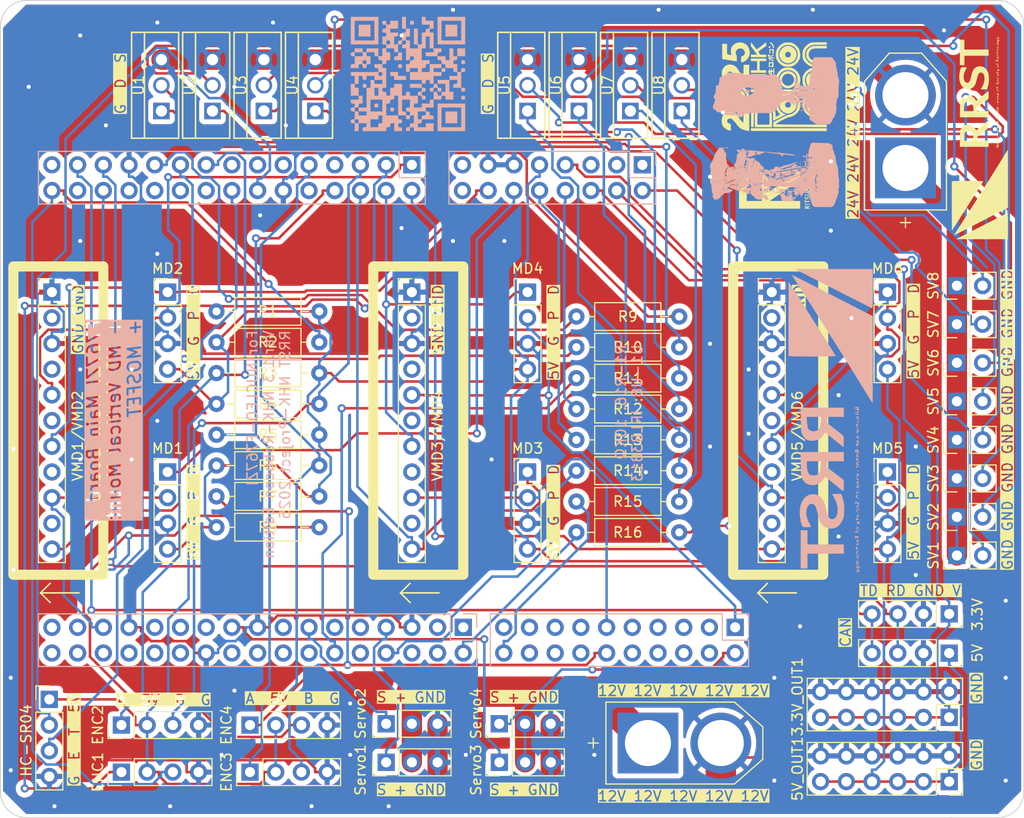
<source format=kicad_pcb>
(kicad_pcb (version 20240108) (generator "pcbnew") (generator_version "8.0")
  (layers (0 "F.Cu" signal) (31 "B.Cu" signal) (34 "B.Paste" user) (35 "F.Paste" user) (36 "B.SilkS" user "B.Silkscreen") (37 "F.SilkS" user "F.Silkscreen") (38 "B.Mask" user) (39 "F.Mask" user) (44 "Edge.Cuts" user))
  (net 0 "")
  (net 1 "GND")
  (net 2 "+3.3V")
  (net 3 "+5V")
  (net 4 "PD_1")
  (net 5 "PD_0")
  (net 6 "PC_0")
  (net 7 "PG_1")
  (net 8 "PF_2")
  (net 9 "PC_3")
  (net 10 "PF_5")
  (net 11 "PD_4")
  (net 12 "PA_6")
  (net 13 "PF_7")
  (net 14 "PF_9")
  (net 15 "PE_8")
  (net 16 "PF_10")
  (net 17 "PD_11")
  (net 18 "PB_11")
  (net 19 "PB_10")
  (net 22 "PE_7")
  (net 23 "PG_14")
  (net 24 "PD_13")
  (net 25 "PB_6")
  (net 26 "PF_13")
  (net 28 "PF_15")
  (net 30 "PF_14")
  (net 33 "PD_12")
  (net 38 "PG_9")
  (net 40 "PA_0")
  (net 41 "PB_1")
  (net 46 "PC_8")
  (net 47 "PG_3")
  (net 48 "PD_2")
  (net 50 "PC_11")
  (net 51 "PG_2")
  (net 52 "PC_10")
  (net 53 "VIN")
  (net 54 "PC_12")
  (net 56 "PC_9")
  (net 59 "PB_13")
  (net 60 "PF_12")
  (net 61 "PB_8")
  (net 62 "PC_6")
  (net 64 "PC_7")
  (net 66 "SERVO+")
  (net 69 "PF_0")
  (net 70 "PA_15")
  (net 71 "PF_1")
  (net 72 "PB_9")
  (net 74 "PB_15")
  (net 75 "PB_3")
  (net 77 "PD_3")
  (net 79 "PE_3")
  (net 80 "PD_6")
  (net 82 "PE_2")
  (net 84 "TR+")
  (net 85 "PD_7")
  (net 86 "Net-(U1-G)")
  (net 87 "PE_4")
  (net 88 "Net-(U5-G)")
  (net 90 "PF_3")
  (net 91 "PD_5")
  (net 94 "PA_3")
  (net 110 "Net-(U2-G)")
  (net 111 "Net-(U6-G)")
  (net 112 "Net-(U3-G)")
  (net 113 "Net-(U7-G)")
  (net 114 "Net-(U4-G)")
  (net 115 "Net-(U8-G)")
  (net 116 "Net-(SV1-Pin_2)")
  (net 117 "Net-(SV2-Pin_2)")
  (net 118 "Net-(SV3-Pin_2)")
  (net 119 "Net-(SV4-Pin_2)")
  (net 120 "Net-(SV5-Pin_2)")
  (net 121 "Net-(SV6-Pin_2)")
  (net 122 "Net-(SV7-Pin_2)")
  (net 123 "Net-(SV8-Pin_2)")
  (footprint "MyLibrary:PG-TO220-3_INF" (layer "F.Cu") (at 130.81 70.876 90)
    (property "Reference" "U6")
    (property "Value" "IRLB3813PBF")
  )
  (footprint "Connector_PinHeader_2.54mm:PinHeader_1x03_P2.54mm_Vertical" (layer "F.Cu") (at 111.76 131.455 90)
    (property "Reference" "Servo2")
    (property "Value" "Servo2")
  )
  (footprint "Connector_PinHeader_2.54mm:PinHeader_1x02_P2.54mm_Vertical" (layer "F.Cu") (at 168.148 88.148 90)
    (property "Reference" "SV8")
    (property "Value" "SV8")
  )
  (footprint "MyLibrary:PG-TO220-3_INF" (layer "F.Cu") (at 89.5581 70.876 90)
    (property "Reference" "U1")
    (property "Value" "IRLB3813PBF")
  )
  (footprint "Resistor_THT:R_Axial_DIN0207_L6.3mm_D2.5mm_P10.16mm_Horizontal" (layer "F.Cu") (at 130.556 91.196)
    (property "Reference" "R9")
    (property "Value" "R")
  )
  (footprint "Connector_PinHeader_2.54mm:PinHeader_1x02_P2.54mm_Vertical" (layer "F.Cu") (at 168.148 99.578 90)
    (property "Reference" "SV5")
    (property "Value" "SV5")
  )
  (footprint "Resistor_THT:R_Axial_DIN0207_L6.3mm_D2.5mm_P10.16mm_Horizontal" (layer "F.Cu") (at 94.996 93.736)
    (property "Reference" "R2")
    (property "Value" "R")
  )
  (footprint "Connector_PinHeader_2.54mm:PinHeader_1x04_P2.54mm_Vertical" (layer "F.Cu") (at 90.17 88.783)
    (property "Reference" "MD2")
    (property "Value" "MD2")
  )
  (footprint "Resistor_THT:R_Axial_DIN0207_L6.3mm_D2.5mm_P10.16mm_Horizontal" (layer "F.Cu") (at 94.996 105.928)
    (property "Reference" "R6")
    (property "Value" "R")
  )
  (footprint "Connector_PinHeader_2.54mm:PinHeader_1x03_P2.54mm_Vertical" (layer "F.Cu") (at 122.951 135.265 90)
    (property "Reference" "Servo3")
    (property "Value" "Servo3")
  )
  (footprint "Resistor_THT:R_Axial_DIN0207_L6.3mm_D2.5mm_P10.16mm_Horizontal" (layer "F.Cu") (at 130.556 103.388)
    (property "Reference" "R13")
    (property "Value" "R")
  )
  (footprint "Connector_PinHeader_2.54mm:PinHeader_1x04_P2.54mm_Vertical" (layer "F.Cu") (at 161.29 106.563)
    (property "Reference" "MD5")
    (property "Value" "MD5")
  )
  (footprint "Connector_PinHeader_2.54mm:PinHeader_1x02_P2.54mm_Vertical" (layer "F.Cu") (at 168.148 95.768 90)
    (property "Reference" "SV6")
    (property "Value" "SV6")
  )
  (footprint "Connector_PinHeader_2.54mm:PinHeader_1x02_P2.54mm_Vertical" (layer "F.Cu") (at 168.148 111.008 90)
    (property "Reference" "SV2")
    (property "Value" "SV2")
  )
  (footprint "Resistor_THT:R_Axial_DIN0207_L6.3mm_D2.5mm_P10.16mm_Horizontal" (layer "F.Cu") (at 94.996 108.976)
    (property "Reference" "R7")
    (property "Value" "R")
  )
  (footprint "Resistor_THT:R_Axial_DIN0207_L6.3mm_D2.5mm_P10.16mm_Horizontal" (layer "F.Cu") (at 130.556 97.292)
    (property "Reference" "R11")
    (property "Value" "R")
  )
  (footprint "MyLibrary:PG-TO220-3_INF" (layer "F.Cu") (at 94.6023 70.876 90)
    (property "Reference" "U2")
    (property "Value" "IRLB3813PBF")
  )
  (footprint "Connector_PinHeader_2.54mm:PinHeader_1x11_P2.54mm_Vertical" (layer "F.Cu") (at 149.86 88.783)
    (property "Reference" "VMD5/VMD6")
    (property "Value" "VMD5/VMD6")
  )
  (footprint "Connector_PinHeader_2.54mm:PinHeader_1x02_P2.54mm_Vertical" (layer "F.Cu") (at 168.148 107.198 90)
    (property "Reference" "SV3")
    (property "Value" "SV3")
  )
  (footprint "Connector_PinHeader_2.54mm:PinHeader_1x02_P2.54mm_Vertical" (layer "F.Cu") (at 168.148 91.958 90)
    (property "Reference" "SV7")
    (property "Value" "SV7")
  )
  (footprint "MyLibrary:PG-TO220-3_INF" (layer "F.Cu") (at 135.89 70.876 90)
    (property "Reference" "U7")
    (property "Value" "IRLB3813PBF")
  )
  (footprint "Connector_PinHeader_2.54mm:PinHeader_1x03_P2.54mm_Vertical" (layer "F.Cu") (at 122.936 131.455 90)
    (property "Reference" "Servo4")
    (property "Value" "Servo4")
  )
  (footprint "Resistor_THT:R_Axial_DIN0207_L6.3mm_D2.5mm_P10.16mm_Horizontal" (layer "F.Cu") (at 130.556 112.532)
    (property "Reference" "R16")
    (property "Value" "R")
  )
  (footprint "Connector_PinSocket_2.54mm:PinSocket_1x04_P2.54mm_Vertical" (layer "F.Cu") (at 167.386 124.47 -90)
    (property "Reference" "5V")
    (property "Value" "CAN5V")
  )
  (footprint "MyLibrary:PG-TO220-3_INF" (layer "F.Cu") (at 125.73 70.876 90)
    (property "Reference" "U5")
    (property "Value" "IRLB3813PBF")
  )
  (footprint "Resistor_THT:R_Axial_DIN0207_L6.3mm_D2.5mm_P10.16mm_Horizontal" (layer "F.Cu") (at 94.996 90.688)
    (property "Reference" "R1")
    (property "Value" "R")
  )
  (footprint "Resistor_THT:R_Axial_DIN0207_L6.3mm_D2.5mm_P10.16mm_Horizontal" (layer "F.Cu") (at 130.556 100.34)
    (property "Reference" "R12")
    (property "Value" "R")
  )
  (footprint "Connector_PinHeader_2.54mm:PinHeader_1x11_P2.54mm_Vertical" (layer "F.Cu") (at 114.3 88.783)
    (property "Reference" "VMD3/VMD4")
    (property "Value" "VMD3/VMD4")
  )
  (footprint "Connector_PinHeader_2.54mm:PinHeader_1x02_P2.54mm_Vertical" (layer "F.Cu") (at 168.153 114.818 90)
    (property "Reference" "SV1")
    (property "Value" "SV1")
  )
  (footprint "Connector_PinHeader_2.54mm:PinHeader_1x04_P2.54mm_Vertical" (layer "F.Cu") (at 85.608 131.582 90)
    (property "Reference" "ENC2")
    (property "Value" "ENC2")
  )
  (footprint "Connector_PinSocket_2.54mm:PinSocket_1x04_P2.54mm_Vertical" (layer "F.Cu") (at 167.386 120.594 -90)
    (property "Reference" "3.3V")
    (property "Value" "CAN3.3V")
  )
  (footprint "XT60-M_footprint:AMASS_XT60-M" (layer "F.Cu") (at 141.224 133.36)
    (property "Reference" "J4" (hide yes))
    (property "Value" "XT60-M")
  )
  (footprint "Resistor_THT:R_Axial_DIN0207_L6.3mm_D2.5mm_P10.16mm_Horizontal" (layer "F.Cu") (at 94.996 99.832)
    (property "Reference" "R4")
    (property "Value" "R")
  )
  (footprint "Connector_PinHeader_2.54mm:PinHeader_1x04_P2.54mm_Vertical" (layer "F.Cu") (at 98.308 136.232 90)
    (property "Reference" "ENC3")
    (property "Value" "ENC3")
  )
  (footprint "XT60-M_footprint:AMASS_XT60-M" (layer "F.Cu") (at 163.068 72.908 90)
    (property "Reference" "J6" (hide yes))
    (property "Value" "XT60-M")
  )
  (footprint "Connector_PinHeader_2.54mm:PinHeader_1x04_P2.54mm_Vertical" (layer "F.Cu") (at 125.73 106.563)
    (property "Reference" "MD3")
    (property "Value" "MD3")
  )
  (footprint "Connector_PinHeader_2.54mm:PinHeader_1x04_P2.54mm_Vertical" (layer "F.Cu") (at 161.29 88.783)
    (property "Reference" "MD6")
    (property "Value" "MD6")
  )
  (footprint "LOGO" (layer "F.Cu") (at 150.1117 68.4884 90)
    (property "Reference" "G***" (hide yes))
    (property "Value" "LOGO" (hide yes))
  )
  (footprint "LOGO" (layer "F.Cu") (at 150.1117 78.6484 90)
    (property "Reference" "G***" (hide yes))
    (property "Value" "LOGO" (hide yes))
  )
  (footprint "Connector_PinHeader_2.54mm:PinHeader_1x04_P2.54mm_Vertical" (layer "F.Cu") (at 90.17 106.563)
    (property "Reference" "MD1")
    (property "Value" "MD1")
  )
  (footprint "Connector_PinSocket_2.54mm:PinSocket_2x06_P2.54mm_Vertical" (layer "F.Cu") (at 167.386 137.17 -90)
    (property "Reference" "5V_OUT1")
    (property "Value" "5V_OUT")
  )
  (footprint "Connector_PinSocket_2.54mm:PinSocket_2x06_P2.54mm_Vertical" (layer "F.Cu") (at 167.386 130.82 -90)
    (property "Reference" "3.3V_OUT1")
    (property "Value" "3.3V_OUT")
  )
  (footprint "Resistor_THT:R_Axial_DIN0207_L6.3mm_D2.5mm_P10.16mm_Horizontal" (layer "F.Cu") (at 94.996 112.024)
    (property "Reference" "R8")
    (property "Value" "R")
  )
  (footprint "Resistor_THT:R_Axial_DIN0207_L6.3mm_D2.5mm_P10.16mm_Horizontal" (layer "F.Cu") (at 94.996 102.88)
    (property "Reference" "R5")
    (property "Value" "R")
  )
  (footprint "Resistor_THT:R_Axial_DIN0207_L6.3mm_D2.5mm_P10.16mm_Horizontal" (layer "F.Cu") (at 94.996 96.784)
    (property "Reference" "R3")
    (property "Value" "R")
  )
  (footprint "Resistor_THT:R_Axial_DIN0207_L6.3mm_D2.5mm_P10.16mm_Horizontal" (layer "F.Cu") (at 130.556 109.484)
    (property "Reference" "R15")
    (property "Value" "R")
  )
  (footprint "LOGO" (layer "F.Cu") (at 170.4317 73.5684 90)
    (property "Reference" "G***" (hide yes))
    (property "Value" "LOGO" (hide yes))
  )
  (footprint "Connector_PinHeader_2.54mm:PinHeader_1x04_P2.54mm_Vertical" (layer "F.Cu") (at 85.608 136.232 90)
    (property "Reference" "ENC1")
    (property "Value" "ENC1")
  )
  (footprint "Connector_PinHeader_2.54mm:PinHeader_1x02_P2.54mm_Vertical" (layer "F.Cu") (at 168.148 103.388 90)
    (property "Reference" "SV4")
    (property "Value" "SV4")
  )
  (footprint "Connector_PinHeader_2.54mm:PinHeader_1x03_P2.54mm_Vertical" (layer "F.Cu") (at 111.76 135.265 90)
    (property "Reference" "Servo1")
    (property "Value" "Servo1")
  )
  (footprint "MyLibrary:PG-TO220-3_INF" (layer "F.Cu") (at 140.97 70.876 90)
    (property "Reference" "U8")
    (property "Value" "IRLB3813PBF")
  )
  (footprint "Resistor_THT:R_Axial_DIN0207_L6.3mm_D2.5mm_P10.16mm_Horizontal" (layer "F.Cu") (at 130.556 94.23)
    (property "Reference" "R10")
    (property "Value" "R")
  )
  (footprint "Connector_PinHeader_2.54mm:PinHeader_1x04_P2.54mm_Vertical" (layer "F.Cu") (at 78.486 129.042)
    (property "Reference" "HC-SR04")
    (property "Value" "HC-SR04")
  )
  (footprint "Resistor_THT:R_Axial_DIN0207_L6.3mm_D2.5mm_P10.16mm_Horizontal" (layer "F.Cu") (at 130.556 106.436)
    (property "Reference" "R14")
    (property "Value" "R")
  )
  (footprint "MyLibrary:PG-TO220-3_INF" (layer "F.Cu") (at 99.6823 70.876 90)
    (property "Reference" "U3")
    (property "Value" "IRLB3813PBF")
  )
  (footprint "Connector_PinHeader_2.54mm:PinHeader_1x11_P2.54mm_Vertical" (layer "F.Cu") (at 78.74 88.783)
    (property "Reference" "VMD1/VMD2")
    (property "Value" "VMD1/VMD2")
  )
  (footprint "MyLibrary:PG-TO220-3_INF" (layer "F.Cu") (at 104.7623 70.876 90)
    (property "Reference" "U4")
    (property "Value" "IRLB3813PBF")
  )
  (footprint "Connector_PinHeader_2.54mm:PinHeader_1x04_P2.54mm_Vertical" (layer "F.Cu") (at 98.308 131.582 90)
    (property "Reference" "ENC4")
    (property "Value" "ENC4")
  )
  (footprint "Connector_PinHeader_2.54mm:PinHeader_1x04_P2.54mm_Vertical" (layer "F.Cu") (at 125.73 88.783)
    (property "Reference" "MD4")
    (property "Value" "MD4")
  )
  (footprint "LOGO" (layer "B.Cu") (at 155.6997 101.483 -90)
    (property "Reference" "G***1" (hide yes))
    (property "Value" "LOGO" (hide yes))
  )
  (footprint "LOGO" (layer "B.Cu") (at 150.240471 69.003482 -90)
    (property "Reference" "G***" (hide yes))
    (property "Value" "LOGO" (hide yes))
  )
  (footprint "Connector_PinHeader_2.54mm:PinHeader_2x10_P2.54mm_Vertical" (layer "B.Cu") (at 146.24 125.3 90)
    (property "Reference" "J3" (hide yes))
    (property "Value" "Conn_02x10_Odd_Even")
  )
  (footprint "LOGO" (layer "B.Cu") (at 113.9167 67.2184 180)
    (property "Reference" "G***" (hide yes))
    (property "Value" "LOGO" (hide yes))
  )
  (footprint "Connector_PinHeader_2.54mm:PinHeader_2x17_P2.54mm_Vertical" (layer "B.Cu") (at 119.38 125.3 90)
    (property "Reference" "J1" (hide yes))
    (property "Value" "Conn_02x17_Odd_Even")
  )
  (footprint "Connector_PinHeader_2.54mm:PinHeader_2x08_P2.54mm_Vertical" (layer "B.Cu") (at 137.08 79.58 90)
    (property "Reference" "J2" (hide yes))
    (property "Value" "Conn_02x08_Odd_Even")
  )
  (footprint "Connector_PinHeader_2.54mm:PinHeader_2x15_P2.54mm_Vertical" (layer "B.Cu") (at 114.3 79.58 90)
    (property "Reference" "J5" (hide yes))
    (property "Value" "Conn_02x15_Odd_Even")
  )
  (footprint "LOGO" (layer "B.Cu") (at 150.1117 77.3784 -90)
    (property "Reference" "G***" (hide yes))
    (property "Value" "LOGO" (hide yes))
  )
  (gr_rect (start 74.93 86.243) (end 83.82 116.723) (stroke (width 1)) (fill none) (layer "F.SilkS"))
  (gr_rect (start 110.49 86.243) (end 119.38 116.723) (stroke (width 1)) (fill none) (layer "F.SilkS"))
  (gr_rect (start 146.05 86.243) (end 154.94 116.723) (stroke (width 1)) (fill none) (layer "F.SilkS"))
  (gr_line (start 167.64 140.726) (end 172.212 140.726) (stroke (width 0.1)) (layer "Edge.Cuts"))
  (gr_line (start 73.66 137.16) (end 73.66 138.186) (stroke (width 0.1)) (layer "Edge.Cuts"))
  (gr_arc (start 76.2 140.726) (mid 74.403949 139.982051) (end 73.66 138.186) (stroke (width 0.1)) (layer "Edge.Cuts"))
  (gr_line (start 174.752 137.16) (end 174.752 138.186) (stroke (width 0.1)) (layer "Edge.Cuts"))
  (gr_line (start 73.66 137.16) (end 73.66 63.5) (stroke (width 0.1)) (layer "Edge.Cuts"))
  (gr_line (start 167.64 59.954) (end 76.2 59.954) (stroke (width 0.1)) (layer "Edge.Cuts"))
  (gr_line (start 172.212 59.954) (end 167.64 59.954) (stroke (width 0.1)) (layer "Edge.Cuts"))
  (gr_line (start 73.66 62.494) (end 73.66 63.5) (stroke (width 0.1)) (layer "Edge.Cuts"))
  (gr_arc (start 172.212 59.954) (mid 174.008051 60.697949) (end 174.752 62.494) (stroke (width 0.1)) (layer "Edge.Cuts"))
  (gr_arc (start 73.66 62.494) (mid 74.403949 60.697949) (end 76.2 59.954) (stroke (width 0.1)) (layer "Edge.Cuts"))
  (gr_line (start 174.752 62.494) (end 174.752 63.5) (stroke (width 0.1)) (layer "Edge.Cuts"))
  (gr_line (start 174.752 63.5) (end 174.752 137.16) (stroke (width 0.1)) (layer "Edge.Cuts"))
  (gr_arc (start 174.752 138.186) (mid 174.008051 139.982051) (end 172.212 140.726) (stroke (width 0.1)) (layer "Edge.Cuts"))
  (gr_line (start 167.64 140.726) (end 76.2 140.726) (stroke (width 0.1)) (layer "Edge.Cuts"))
  (gr_text "R1-R16: 10KΩ\nU1-U8: IRLB3813" (at 137.16 93.863 90) (layer "B.SilkS") (effects (font (size 1 1)) (justify left bottom mirror)))
  (gr_text "For NUCLEO-F767ZI \nVer.1.3 NHK-Robocon Edition\nRRST NHK-Project 2025" (at 102.3597 92.466 90) (layer "B.SilkS") (effects (font (size 1 1)) (justify left bottom mirror)))
  (gr_text "F767ZI Main Board\n+ MD Vertical Mount\n+ MOSFET" (at 87.63 91.323 90) (layer "B.SilkS" knockout) (effects (font (size 1.25 1.25) (thickness 0.2) (bold yes) (italic yes)) (justify left bottom mirror)))
  (gr_text "A  5V  B  G" (at 85.09 129.687 0) (layer "F.SilkS" knockout) (effects (font (size 1 1)) (justify left bottom)))
  (gr_text "S + GND" (at 110.744 138.567 0) (layer "F.SilkS" knockout) (effects (font (size 1 1)) (justify left bottom)))
  (gr_text "GND GND GND GND GND GND GND GND" (at 173.736 116.342 90) (layer "F.SilkS" knockout) (effects (font (size 1 1)) (justify left bottom)))
  (gr_text "5V  G  P  D" (at 128.905 97.546 90) (layer "F.SilkS" knockout) (effects (font (size 1 1)) (justify left bottom)))
  (gr_text "12V 12V 12V 12V 12V" (at 132.588 139.202 0) (layer "F.SilkS" knockout) (effects (font (size 1 1)) (justify left bottom)))
  (gr_text "S + GND" (at 110.744 129.423 0) (layer "F.SilkS" knockout) (effects (font (size 1 1)) (justify left bottom)))
  (gr_text "A  5V  B  G" (at 97.79 129.55 0) (layer "F.SilkS" knockout) (effects (font (size 1 1)) (justify left bottom)))
  (gr_text "24V 24V 24V 24V 24V" (at 158.496 81.588 90) (layer "F.SilkS" knockout) (effects (font (size 1 1)) (justify left bottom)))
  (gr_text "5V  G  P  D" (at 93.345 115.326 90) (layer "F.SilkS" knockout) (effects (font (size 1 1)) (justify left bottom)))
  (gr_text "GND GND\n" (at 153.162 95.006 90) (layer "F.SilkS" knockout) (effects (font (size 1 1)) (justify left bottom)))
  (gr_text "GND GND\n" (at 81.915 95.006 90) (layer "F.SilkS" knockout) (effects (font (size 1 1)) (justify left bottom)))
  (gr_text "G  E  T  5V" (at 81.534 137.678 90) (layer "F.SilkS" knockout) (effects (font (size 1 1)) (justify left bottom)))
  (gr_text "GND GND\n" (at 117.475 95.006 90) (layer "F.SilkS" knockout) (effects (font (size 1 1)) (justify left bottom)))
  (gr_text "5V  G  P  D" (at 93.345 97.546 90) (layer "F.SilkS" knockout) (effects (font (size 1 1)) (justify left bottom)))
  (gr_text "TD RD GND V" (at 158.496 118.882 0) (layer "F.SilkS" knockout) (effects (font (size 1 1)) (justify left bottom)))
  (gr_text "CAN" (at 157.734 123.962 90) (layer "F.SilkS" knockout) (effects (font (size 1 1)) (justify left bottom)))
  (gr_text "GND" (at 170.688 136.154 90) (layer "F.SilkS" knockout) (effects (font (size 1 1)) (justify left bottom)))
  (gr_text "G  D  S" (at 86.1037 71.2824 90) (layer "F.SilkS" knockout) (effects (font (size 1 1)) (justify left bottom)))
  (gr_text "5V  G  P  D" (at 164.465 97.419 90) (layer "F.SilkS" knockout) (effects (font (size 1 1)) (justify left bottom)))
  (gr_text "12V 12V 12V 12V 12V" (at 132.588 128.788 0) (layer "F.SilkS" knockout) (effects (font (size 1 1)) (justify left bottom)))
  (gr_text "GND" (at 170.688 129.55 90) (layer "F.SilkS" knockout) (effects (font (size 1 1)) (justify left bottom)))
  (gr_text "←" (at 76.327 121.041 0) (layer "F.SilkS") (effects (font (size 5 5)) (justify left bottom)))
  (gr_text "S + GND" (at 121.92 138.567 0) (layer "F.SilkS" knockout) (effects (font (size 1 1)) (justify left bottom)))
  (gr_text "5V  G  P  D" (at 128.905 115.326 90) (layer "F.SilkS" knockout) (effects (font (size 1 1)) (justify left bottom)))
  (gr_text "S + GND" (at 121.92 129.423 0) (layer "F.SilkS" knockout) (effects (font (size 1 1)) (justify left bottom)))
  (gr_text "G  D  S" (at 122.4257 71.2824 90) (layer "F.SilkS" knockout) (effects (font (size 1 1)) (justify left bottom)))
  (gr_text "5V  G  P  D" (at 164.465 115.326 90) (layer "F.SilkS" knockout) (effects (font (size 1 1)) (justify left bottom)))
  (gr_text "←" (at 111.887 121.041 0) (layer "F.SilkS") (effects (font (size 5 5)) (justify left bottom)))
  (gr_text "←" (at 147.193 121.041 0) (layer "F.SilkS") (effects (font (size 5 5)) (justify left bottom)))
  (segment (start 153.3493 134.718) (end 153.3493 134.79) (width 0.25) (layer "F.Cu") (net 1))
  (segment (start 154.686 134.63) (end 153.5093 134.63) (width 0.25) (layer "F.Cu") (net 1))
  (segment (start 143.51 138.694) (end 144.824 137.38) (width 3) (layer "F.Cu") (net 1))
  (segment (start 128.046 138.694) (end 128.031 138.679) (width 0.25) (layer "F.Cu") (net 1))
  (segment (start 94.6023 65.796) (end 99.6823 65.796) (width 2) (layer "F.Cu") (net 1))
  (segment (start 159.766 128.28) (end 162.306 128.28) (width 0.25) (layer "F.Cu") (net 1))
  (segment (start 116.84 135.265) (end 116.84 138.44) (width 2) (layer "F.Cu") (net 1))
  (segment (start 140.97 65.796) (end 159.556 65.796) (width 2) (layer "F.Cu") (net 1))
  (segment (start 79.6627 136.662) (end 81.2694 135.0553) (width 0.25) (layer "F.Cu") (net 1))
  (segment (start 159.766 134.63) (end 162.306 134.63) (width 0.25) (layer "F.Cu") (net 1))
  (segment (start 154.686 134.63) (end 157.226 134.63) (width 0.25) (layer "F.Cu") (net 1))
  (segment (start 149.86 93.863) (end 161.29 93.863) (width 0.25) (layer "F.Cu") (net 1))
  (segment (start 153.3493 134.79) (end 153.5093 134.63) (width 0.25) (layer "F.Cu") (net 1))
  (segment (start 162.306 128.28) (end 164.846 128.28) (width 0.25) (layer "F.Cu") (net 1))
  (segment (start 149.86 93.863) (end 148.6833 93.863) (width 0.25) (layer "F.Cu") (net 1))
  (segment (start 144.824 137.38) (end 144.824 133.36) (width 3) (layer "F.Cu") (net 1))
  (segment (start 99.6823 65.796) (end 104.7623 65.796) (width 2) (layer "F.Cu") (net 1))
  (segment (start 157.226 128.28) (end 159.766 128.28) (width 0.25) (layer "F.Cu") (net 1))
  (segment (start 107.5579 136.6852) (end 116.84 136.6852) (width 0.25) (layer "F.Cu") (net 1))
  (segment (start 128.016 131.455) (end 128.016 135.25) (width 2) (layer "F.Cu") (net 1))
  (segment (start 116.84 131.455) (end 116.84 135.265) (width 2) (layer "F.Cu") (net 1))
  (segment (start 113.1233 121.92) (end 113.1233 121.5217) (width 0.25) (layer "F.Cu") (net 1))
  (segment (start 111.5558 93.863) (end 113.1233 93.863) (width 0.25) (layer "F.Cu") (net 1))
  (segment (start 86.36 121.92) (end 87.5367 121.92) (width 0.25) (layer "F.Cu") (net 1))
  (segment (start 92.0513 135.0553) (end 92.0513 136.232) (width 0.25) (layer "F.Cu") (net 1))
  (segment (start 116.84 138.44) (end 116.84 138.694) (width 0.25) (layer "F.Cu") (net 1))
  (segment (start 154.686 128.28) (end 157.226 128.28) (width 0.25) (layer "F.Cu") (net 1))
  (segment (start 152.1437 128.9404) (end 152.1437 133.5124) (width 0.25) (layer "F.Cu") (net 1))
  (segment (start 87.5367 121.92) (end 87.5367 122.2878) (width 0.25) (layer "F.Cu") (net 1))
  (segment (start 104.7513 135.8642) (end 104.7513 136.232) (width 0.25) (layer "F.Cu") (net 1))
  (segment (start 99.06 121.92) (end 100.2367 121.92) (width 0.25) (layer "F.Cu") (net 1))
  (segment (start 128.016 138.694) (end 116.586 138.694) (width 3) (layer "F.Cu") (net 1))
  (segment (start 114.3 93.863) (end 113.1233 93.863) (width 0.25) (layer "F.Cu") (net 1))
  (segment (start 128.016 133.3525) (end 128.031 133.3675) (width 0.25) (layer "F.Cu") (net 1))
  (segment (start 89.5581 65.796) (end 94.6023 65.796) (width 2) (layer "F.Cu") (net 1))
  (segment (start 113.1233 121.5217) (end 112.3449 120.7433) (width 0.25) (layer "F.Cu") (net 1))
  (segment (start 135.89 65.796) (end 140.97 65.796) (width 2) (layer "F.Cu") (net 1))
  (segment (start 152.1437 133.5124) (end 153.3493 134.718) (width 0.25) (layer "F.Cu") (net 1))
  (segment (start 88.5322 123.2833) (end 91.9944 123.2833) (width 0.25) (layer "F.Cu") (net 1))
  (segment (start 130.81 65.796) (end 135.89 65.796) (width 2) (layer "F.Cu") (net 1))
  (segment (start 92.0513 135.0553) (end 103.9424 135.0553) (width 0.25) (layer "F.Cu") (net 1))
  (segment (start 105.928 136.232) (end 104.7513 136.232) (width 0.25) (layer "F.Cu") (net 1))
  (segment (start 81.2694 135.0553) (end 92.0513 135.0553) (width 0.25) (layer "F.Cu") (net 1))
  (segment (start 110.551 94.8678) (end 111.5558 93.863) (width 0.25) (layer "F.Cu") (net 1))
  (segment (start 91.9944 123.2833) (end 92.8033 124.0922) (width 0.25) (layer "F.Cu") (net 1))
  (segment (start 143.51 138.694) (end 128.016 138.694) (width 3) (layer "F.Cu") (net 1))
  (segment (start 100.2367 121.5522) (end 100.2367 121.92) (width 0.25) (layer "F.Cu") (net 1))
  (segment (start 127.7056 93.0641) (end 147.8844 93.0641) (width 0.25) (layer "F.Cu") (net 1))
  (segment (start 157.226 134.63) (end 159.766 134.63) (width 0.25) (layer "F.Cu") (net 1))
  (segment (start 104.7623 65.796) (end 125.73 65.796) (width 2) (layer "F.Cu") (net 1))
  (segment (start 107.1047 136.232) (end 107.5579 136.6852) (width 0.25) (layer "F.Cu") (net 1))
  (segment (start 152.8041 128.28) (end 152.1437 128.9404) (width 0.25) (layer "F.Cu") (net 1))
  (segment (start 162.306 134.63) (end 164.846 134.63) (width 0.25) (layer "F.Cu") (net 1))
  (segment (start 78.486 136.662) (end 79.6627 136.662) (width 0.25) (layer "F.Cu") (net 1))
  (segment (start 128.031 133.3675) (end 128.031 135.265) (width 0.25) (layer "F.Cu") (net 1))
  (segment (start 147.8844 93.0641) (end 148.6833 93.863) (width 0.25) (layer "F.Cu") (net 1))
  (segment (start 101.0456 120.7433) (end 100.2367 121.5522) (width 0.25) (layer "F.Cu") (net 1))
  (segment (start 125.73 65.796) (end 130.81 65.796) (width 2) (layer "F.Cu") (net 1))
  (segment (start 90.17 93.863) (end 91.3467 93.863) (width 0.25) (layer "F.Cu") (net 1))
  (segment (start 91.3467 93.863) (end 92.3515 94.8678) (width 0.25) (layer "F.Cu") (net 1))
  (segment (start 93.228 136.232) (end 92.0513 136.232) (width 0.25) (layer "F.Cu") (net 1))
  (segment (start 93.98 124.46) (end 92.8033 124.46) (width 0.25) (layer "F.Cu") (net 1))
  (segment (start 114.3 93.863) (end 125.73 93.863) (width 0.25) (layer "F.Cu") (net 1))
  (segment (start 78.74 93.863) (end 90.17 93.863) (width 0.25) (layer "F.Cu") (net 1))
  (segment (start 154.686 128.28) (end 152.8041 128.28) (width 0.25) (layer "F.Cu") (net 1))
  (segment (start 126.9067 93.863) (end 127.7056 93.0641) (width 0.25) (layer "F.Cu") (net 1))
  (segment (start 144.824 134.79) (end 153.3493 134.79) (width 0.25) (layer "F.Cu") (net 1))
  (segment (start 87.5367 122.2878) (end 88.5322 123.2833) (width 0.25) (layer "F.Cu") (net 1))
  (segment (start 114.3 121.92) (end 113.1233 121.92) (width 0.25) (layer "F.Cu") (net 1))
  (segment (start 125.73 93.863) (end 126.9067 93.863) (width 0.25) (layer "F.Cu") (net 1))
  (segment (start 103.9424 135.0553) (end 104.7513 135.8642) (width 0.25) (layer "F.Cu") (net 1))
  (segment (start 121.84 76.2) (end 124.38 76.2) (width 0.25) (layer "F.Cu") (net 1))
  (segment (start 164.846 128.28) (end 167.386 128.28) (width 0.25) (layer "F.Cu") (net 1))
  (segment (start 128.031 135.265) (end 128.031 138.679) (width 2) (layer "F.Cu") (net 1))
  (segment (start 105.928 136.232) (end 107.1047 136.232) (width 0.25) (layer "F.Cu") (net 1))
  (segment (start 92.8033 124.0922) (end 92.8033 124.46) (width 0.25) (layer "F.Cu") (net 1))
  (segment (start 159.556 65.796) (end 163.068 69.308) (width 2) (layer "F.Cu") (net 1))
  (segment (start 164.846 134.63) (end 167.386 134.63) (width 0.25) (layer "F.Cu") (net 1))
  (segment (start 112.3449 120.7433) (end 101.0456 120.7433) (width 0.25) (layer "F.Cu") (net 1))
  (segment (start 92.3515 94.8678) (end 110.551 94.8678) (width 0.25) (layer "F.Cu") (net 1))
  (via (at 108.2017 129.4484) (size 0.8) (drill 0.4) (layers "F.Cu" "B.Cu") (net 1))
  (via (at 74.6737 136.0524) (size 0.8) (drill 0.4) (layers "F.Cu" "B.Cu") (net 1))
  (via (at 101.8517 72.2984) (size 0.8) (drill 0.4) (layers "F.Cu" "B.Cu") (net 1))
  (via (at 147.5717 102.7784) (size 0.8) (drill 0.4) (layers "F.Cu" "B.Cu") (net 1))
  (via (at 145.0317 71.0284) (size 0.8) (drill 0.4) (layers "F.Cu" "B.Cu") (net 1))
  (via (at 113.2817 63.4084) (size 0.8) (drill 0.4) (layers "F.Cu" "B.Cu") (net 1))
  (via (at 118.3617 60.8684) (size 0.8) (drill 0.4) (layers "F.Cu" "B.Cu") (net 1))
  (via (at 74.6737 126.9084) (size 0.8) (drill 0.4) (layers "F.Cu" "B.Cu") (net 1))
  (via (at 172.9717 119.2884) (size 0.8) (drill 0.4) (layers "F.Cu" "B.Cu") (net 1))
  (via (at 172.9717 114.2084) (size 0.8) (drill 0.4) (layers "F.Cu" "B.Cu") (net 1))
  (via (at 89.1517 62.1384) (size 0.8) (drill 0.4) (layers "F.Cu" "B.Cu") (net 1))
  (via (at 112.0117 139.6084) (size 0.8) (drill 0.4) (layers "F.Cu" "B.Cu") (net 1))
  (via (at 104.3917 139.6084) (size 0.8) (drill 0.4) (layers "F.Cu" "B.Cu") (net 1))
  (via (at 132.3317 134.5284) (size 0.8) (drill 0.4) (layers "F.Cu" "B.Cu") (net 1))
  (via (at 95.5017 134.5284) (size 0.8) (drill 0.4) (layers "F.Cu" "B.Cu") (net 1))
  (via (at 81.5317 83.7284) (size 0.8) (drill 0.4) (layers "F.Cu" "B.Cu") (net 1))
  (via (at 143.7617 104.0484) (size 0.8) (drill 0.4) (layers "F.Cu" "B.Cu") (net 1))
  (via (at 138.6817 60.8684) (size 0.8) (drill 0.4) (layers "F.Cu" "B.Cu") (net 1))
  (via (at 155.6997 82.7124) (size 0.8) (drill 0.4) (layers "F.Cu" "B.Cu") (net 1))
  (via (at 155.6997 75.8544) (size 0.8) (drill 0.4) (layers "F.Cu" "B.Cu") (net 1))
  (via (at 119.6317 134.5284) (size 0.8) (drill 0.4) (layers "F.Cu" "B.Cu") (net 1))
  (via (at 100.5817 62.1384) (size 0.8) (drill 0.4) (layers "F.Cu" "B.Cu") (net 1))
  (via (at 172.9717 126.9084) (size 0.8) (drill 0.4) (layers "F.Cu" "B.Cu") (net 1))
  (via (at 132.3317 98.9684) (size 0.8) (drill 0.4) (layers "F.Cu" "B.Cu") (net 1))
  (via (at 96.7717 68.4884) (size 0.8) (drill 0.4) (layers "F.Cu" "B.Cu") (net 1))
  (via (at 118.3617 83.7284) (size 0.8) (drill 0.4) (layers "F.Cu" "B.Cu") (net 1))
  (via (at 150.1117 126.9084) (size 0.8) (drill 0.4) (layers "F.Cu" "B.Cu") (net 1))
  (via (at 89.1517 84.9984) (size 0.8) (drill 0.4) (layers "F.Cu" "B.Cu") (net 1))
  (via (at 164.0817 116.7484) (size 0.8) (drill 0.4) (layers "F.Cu" "B.Cu") (net 1))
  (via (at 76.4517 68.4884) (size 0.8) (drill 0.4) (layers "F.Cu" "B.Cu") (net 1))
  (via (at 164.0817 104.0484) (size 0.8) (drill 0.4) (layers "F.Cu" "B.Cu") (net 1))
  (via (at 143.7617 93.8884) (size 0.8) (drill 0.4) (layers "F.Cu" "B.Cu") (net 1))
  (via (at 86.6117 105.3184) (size 0.8) (drill 0.4) (layers "F.Cu" "B.Cu") (net 1))
  (via (at 99.3117 81.1884) (size 0.8) (drill 0.4) (layers "F.Cu" "B.Cu") (net 1))
  (via (at 150.1117 137.0684) (size 0.8) (drill 0.4) (layers "F.Cu" "B.Cu") (net 1))
  (via (at 152.6517 121.8284) (size 0.8) (drill 0.4) (layers "F.Cu" "B.Cu") (net 1))
  (via (at 166.8757 62.9004) (size 0.8) (drill 0.4) (layers "F.Cu" "B.Cu") (net 1))
  (via (at 153.9217 60.8684) (size 0.8) (drill 0.4) (layers "F.Cu" "B.Cu") (net 1))
  (via (at 172.9717 137.0684) (size 0.8) (drill 0.4) (layers "F.Cu" "B.Cu") (net 1))
  (via (at 74.9277 104.3024) (size 0.8) (drill 0.4) (layers "F.Cu" "B.Cu") (net 1))
  (via (at 78.9917 139.6084) (size 0.8) (drill 0.4) (layers "F.Cu" "B.Cu") (net 1))
  (via (at 86.6117 96.4284) (size 0.8) (drill 0.4) (layers "F.Cu" "B.Cu") (net 1))
  (via (at 81.5317 63.4084) (size 0.8) (drill 0.4) (layers "F.Cu" "B.Cu") (net 1))
  (via (at 143.7617 77.3784) (size 0.8) (drill 0.4) (layers "F.Cu" "B.Cu") (net 1))
  (via (at 156.4617 98.9684) (size 0.8) (drill 0.4) (layers "F.Cu" "B.Cu") (net 1))
  (via (at 84.0717 72.2984) (size 0.8) (drill 0.4) (layers "F.Cu" "B.Cu") (net 1))
  (via (at 74.9277 116.2404) (size 0.8) (drill 0.4) (layers "F.Cu" "B.Cu") (net 1))
  (via (at 113.2817 82.4584) (size 0.8) (drill 0.4) (layers "F.Cu" "B.Cu") (net 1))
  (via (at 156.4617 112.9384) (size 0.8) (drill 0.4) (layers "F.Cu" "B.Cu") (net 1))
  (via (at 147.5717 96.4284) (size 0.8) (drill 0.4) (layers "F.Cu" "B.Cu") (net 1))
  (via (at 108.2017 134.5284) (size 0.8) (drill 0.4) (layers "F.Cu" "B.Cu") (net 1))
  (via (at 81.5317 105.3184) (size 0.8) (drill 0.4) (layers "F.Cu" "B.Cu") (net 1))
  (via (at 137.4117 106.5884) (size 0.8) (drill 0.4) (layers "F.Cu" "B.Cu") (net 1))
  (via (at 157.7317 91.3484) (size 0.8) (drill 0.4) (layers "F.Cu" "B.Cu") (net 1))
  (via (at 96.7717 128.1784) (size 0.8) (drill 0.4) (layers "F.Cu" "B.Cu") (net 1))
  (via (at 89.1517 101.5084) (size 0.8) (drill 0.4) (layers "F.Cu" "B.Cu") (net 1))
  (via (at 90.4217 139.6084) (size 0.8) (drill 0.4) (layers "F.Cu" "B.Cu") (net 1))
  (via (at 81.5317 96.4284) (size 0.8) (drill 0.4) (layers "F.Cu" "B.Cu") (net 1))
  (via (at 123.4417 83.7284) (size 0.8) (drill 0.4) (layers "F.Cu" "B.Cu") (net 1))
  (via (at 122.1717 105.3184) (size 0.8) (drill 0.4) (layers "F.Cu" "B.Cu") (net 1))
  (segment (start 149.4922 92.6863) (end 148.6833 91.8774) (width 0.25) (layer "B.Cu") (net 1))
  (segment (start 101.6 77.5633) (end 101.9678 77.5633) (width 0.25) (layer "B.Cu") (net 1))
  (segment (start 161.29 93.863) (end 161.29 95.0397) (width 0.25) (layer "B.Cu") (net 1))
  (segment (start 87.5367 90.4207) (end 89.8023 92.6863) (width 0.25) (layer "B.Cu") (net 1))
  (segment (start 124.5533 105.5776) (end 126.9066 103.2243) (width 0.25) (layer "B.Cu") (net 1))
  (segment (start 149.86 92.6863) (end 149.4922 92.6863) (width 0.25) (layer "B.Cu") (net 1))
  (segment (start 97.8833 121.92) (end 97.8833 122.2878) (width 0.25) (layer "B.Cu") (net 1))
  (segment (start 93.98 129.6533) (end 93.228 130.4053) (width 0.25) (layer "B.Cu") (net 1))
  (segment (start 78.74 93.863) (end 78.74 92.6863) (width 0.25) (layer "B.Cu") (net 1))
  (segment (start 148.6833 91.8774) (end 148.6833 90.7686) (width 0.25) (layer "B.Cu") (net 1))
  (segment (start 125.73 111.643) (end 125.73 110.4663) (width 0.25) (layer "B.Cu") (net 1))
  (segment (start 126.9067 103.2243) (end 126.9067 95.0397) (width 0.25) (layer "B.Cu") (net 1))
  (segment (start 90.17 93.863) (end 90.17 92.6863) (width 0.25) (layer "B.Cu") (net 1))
  (segment (start 86.36 120.7433) (end 86.36 116.2641) (width 0.25) (layer "B.Cu") (net 1))
  (segment (start 89.8023 92.6863) (end 90.17 92.6863) (width 0.25) (layer "B.Cu") (net 1))
  (segment (start 115.4767 91.8773) (end 115.4767 90.7686) (width 0.25) (layer "B.Cu") (net 1))
  (segment (start 86.36 77.3767) (end 86.7278 77.3767) (width 0.25) (layer "B.Cu") (net 1))
  (segment (start 124.38 67.146) (end 124.38 76.2) (width 0.25) (layer "B.Cu") (net 1))
  (segment (start 79.8488 92.6863) (end 79.9167 92.6184) (width 0.25) (layer "B.Cu") (net 1))
  (segment (start 93.228 131.582) (end 93.228 130.4053) (width 0.25) (layer "B.Cu") (net 1))
  (segment (start 93.228 136.232) (end 93.228 131.582) (width 0.25) (layer "B.Cu") (net 1))
  (segment (start 161.29 111.0546) (end 161.29 110.4663) (width 0.25) (layer "B.Cu") (net 1))
  (segment (start 148.6833 90.7686) (end 149.4922 89.9597) (width 0.25) (layer "B.Cu") (net 1))
  (segment (start 125.73 65.796) (end 124.38 67.146) (width 0.25) (layer "B.Cu") (net 1))
  (segment (start 86.36 121.92) (end 86.36 120.7433) (width 0.25) (layer "B.Cu") (net 1))
  (segment (start 114.3 88.783) (end 114.3 89.9597) (width 0.25) (layer "B.Cu") (net 1))
  (segment (start 161.29 111.0546) (end 157.226 115.1186) (width 0.25) (layer "B.Cu") (net 1))
  (segment (start 164.846 124.47) (end 164.846 128.28) (width 0.25) (layer "B.Cu") (net 1))
  (segment (start 149.86 88.783) (end 149.86 89.9597) (width 0.25) (layer "B.Cu") (net 1))
  (segment (start 149.4922 89.9597) (end 149.86 89.9597) (width 0.25) (layer "B.Cu") (net 1))
  (segment (start 125.73 110.4663) (end 125.3622 110.4663) (width 0.25) (layer "B.Cu") (net 1))
  (segment (start 97.8833 122.2878) (end 96.8878 123.2833) (width 0.25) (layer "B.Cu") (net 1))
  (segment (start 114.6677 92.6863) (end 115.4767 91.8773) (width 0.25) (layer "B.Cu") (net 1))
  (segment (start 160.9222 110.4663) (end 161.29 110.4663) (width 0.25) (layer "B.Cu") (net 1))
  (segment (start 157.226 115.1186) (end 157.226 128.28) (width 0.25) (layer "B.Cu") (net 1))
  (segment (start 126.9067 95.0397) (end 125.73 93.863) (width 0.25) (layer "B.Cu") (net 1))
  (segment (start 89.5581 65.796) (end 86.36 68.9941) (width 0.25) (layer "B.Cu") (net 1))
  (segment (start 96.8878 123.2833) (end 95.9656 123.2833) (width 0.25) (layer "B.Cu") (net 1))
  (segment (start 149.86 93.863) (end 149.86 92.6863) (width 0.25) (layer "B.Cu") (net 1))
  (segment (start 95.9656 123.2833) (end 95.1567 124.0922) (width 0.25) (layer "B.Cu") (net 1))
  (segment (start 114.3 92.6863) (end 114.6677 92.6863) (width 0.25) (layer "B.Cu") (net 1))
  (segment (start 161.29 95.0397) (end 160.9223 95.0397) (width 0.25) (layer "B.Cu") (net 1))
  (segment (start 164.846 120.594) (end 164.846 124.47) (width 0.25) (layer "B.Cu") (net 1))
  (segment (start 90.17 111.643) (end 90.17 112.8197) (width 0.25) (layer "B.Cu") (net 1))
  (segment (start 114.3 93.863) (end 114.3 92.6863) (width 0.25) (layer "B.Cu") (net 1))
  (segment (start 115.4767 90.7686) (end 114.6678 89.9597) (width 0.25) (layer "B.Cu") (net 1))
  (segment (start 101.9678 77.5633) (end 102.7767 76.7544) (width 0.25) (layer "B.Cu") (net 1))
  (segment (start 160.1133 95.8487) (end 160.1133 109.6574) (width 0.25) (layer "B.Cu") (net 1))
  (segment (start 99.06 121.92) (end 97.8833 121.92) (width 0.25) (layer "B.Cu") (net 1))
  (segment (start 79.1078 89.9597) (end 78.74 89.9597) (width 0.25) (layer "B.Cu") (net 1))
  (segment (start 86.36 68.9941) (end 86.36 76.2) (width 0.25) (layer "B.Cu") (net 1))
  (segment (start 93.98 124.46) (end 93.98 129.6533) (width 0.25) (layer "B.Cu") (net 1))
  (segment (start 78.74 89.9597) (end 78.74 88.783) (width 0.25) (layer "B.Cu") (net 1))
  (segment (start 161.29 111.643) (end 161.29 111.0546) (width 0.25) (layer "B.Cu") (net 1))
  (segment (start 93.98 124.46) (end 95.1567 124.46) (width 0.25) (layer "B.Cu") (net 1))
  (segment (start 95.1567 124.0922) (end 95.1567 124.46) (width 0.25) (layer "B.Cu") (net 1))
  (segment (start 86.36 116.2641) (end 89.8044 112.8197) (width 0.25) (layer "B.Cu") (net 1))
  (segment (start 160.1133 109.6574) (end 160.9222 110.4663) (width 0.25) (layer "B.Cu") (net 1))
  (segment (start 86.7278 77.3767) (end 87.5367 78.1856) (width 0.25) (layer "B.Cu") (net 1))
  (segment (start 86.36 76.2) (end 86.36 77.3767) (width 0.25) (layer "B.Cu") (net 1))
  (segment (start 160.9223 95.0397) (end 160.1133 95.8487) (width 0.25) (layer "B.Cu") (net 1))
  (segment (start 102.7767 76.7544) (end 102.7767 67.7816) (width 0.25) (layer "B.Cu") (net 1))
  (segment (start 78.74 92.6863) (end 79.8488 92.6863) (width 0.25) (layer "B.Cu") (net 1))
  (segment (start 114.6678 89.9597) (end 114.3 89.9597) (width 0.25) (layer "B.Cu") (net 1))
  (segment (start 124.5533 109.6574) (end 124.5533 105.5776) (width 0.25) (layer "B.Cu") (net 1))
  (segment (start 89.8044 112.8197) (end 90.17 112.8197) (width 0.25) (layer "B.Cu") (net 1))
  (segment (start 79.9167 90.7686) (end 79.1078 89.9597) (width 0.25) (layer "B.Cu") (net 1))
  (segment (start 101.6 78.74) (end 101.6 77.5633) (width 0.25) (layer "B.Cu") (net 1))
  (segment (start 87.5367 78.1856) (end 87.5367 90.4207) (width 0.25) (layer "B.Cu") (net 1))
  (segment (start 102.7767 67.7816) (end 104.7623 65.796) (width 0.25) (layer "B.Cu") (net 1))
  (segment (start 125.3622 110.4663) (end 124.5533 109.6574) (width 0.25) (layer "B.Cu") (net 1))
  (segment (start 126.9066 103.2243) (end 126.9067 103.2243) (width 0.25) (layer "B.Cu") (net 1))
  (segment (start 105.928 131.582) (end 105.928 136.232) (width 0.25) (layer "B.Cu") (net 1))
  (segment (start 79.9167 92.6184) (end 79.9167 90.7686) (width 0.25) (layer "B.Cu") (net 1))
  (segment (start 162.306 130.82) (end 164.846 130.82) (width 0.25) (layer "F.Cu") (net 2))
  (segment (start 134.8775 77.3767) (end 135.81 78.3092) (width 0.25) (layer "F.Cu") (net 2))
  (segment (start 130.6367 76.5678) (end 131.4456 77.3767) (width 0.25) (layer "F.Cu") (net 2))
  (segment (start 135.81 78.3092) (end 135.81 79.1852) (width 0.25) (layer "F.Cu") (net 2))
  (segment (start 129.46 76.2) (end 130.6367 76.2) (width 0.25) (layer "F.Cu") (net 2))
  (segment (start 157.226 130.82) (end 159.766 130.82) (width 0.25) (layer "F.Cu") (net 2))
  (segment (start 159.766 130.82) (end 162.306 130.82) (width 0.25) (layer "F.Cu") (net 2))
  (segment (start 164.846 130.82) (end 167.386 130.82) (width 0.25) (layer "F.Cu") (net 2))
  (segment (start 154.686 130.82) (end 157.226 130.82) (width 0.25) (layer "F.Cu") (net 2))
  (segment (start 131.4456 77.3767) (end 134.8775 77.3767) (width 0.25) (layer "F.Cu") (net 2))
  (segment (start 143.1405 86.5157) (end 162.9169 86.5157) (width 0.25) (layer "F.Cu") (net 2))
  (segment (start 135.81 79.1852) (end 143.1405 86.5157) (width 0.25) (layer "F.Cu") (net 2))
  (segment (start 130.6367 76.2) (end 130.6367 76.5678) (width 0.25) (layer "F.Cu") (net 2))
  (via (at 162.9169 86.5157) (size 0.8) (drill 0.4) (layers "F.Cu" "B.Cu") (net 2))
  (segment (start 162.9169 101.2982) (end 162.9169 86.5157) (width 0.25) (layer "B.Cu") (net 2))
  (segment (start 167.0183 129.6433) (end 166.2093 128.8343) (width 0.25) (layer "B.Cu") (net 2))
  (segment (start 167.386 119.4173) (end 166.2093 118.2406) (width 0.25) (layer "B.Cu") (net 2))
  (segment (start 167.386 130.82) (end 167.386 129.6433) (width 0.25) (layer "B.Cu") (net 2))
  (segment (start 167.386 120.594) (end 167.386 119.4173) (width 0.25) (layer "B.Cu") (net 2))
  (segment (start 166.2093 128.8343) (end 166.2093 122.9474) (width 0.25) (layer "B.Cu") (net 2))
  (segment (start 167.386 129.6433) (end 167.0183 129.6433) (width 0.25) (layer "B.Cu") (net 2))
  (segment (start 166.2093 104.5906) (end 162.9169 101.2982) (width 0.25) (layer "B.Cu") (net 2))
  (segment (start 166.2093 122.9474) (end 167.386 121.7707) (width 0.25) (layer "B.Cu") (net 2))
  (segment (start 166.2093 118.2406) (end 166.2093 104.5906) (width 0.25) (layer "B.Cu") (net 2))
  (segment (start 167.386 120.594) (end 167.386 121.7707) (width 0.25) (layer "B.Cu") (net 2))
  (segment (start 123.339 97.6173) (end 107.116 97.6173) (width 0.25) (layer "F.Cu") (net 3))
  (segment (start 93.5057 112.024) (end 94.996 112.024) (width 0.25) (layer "F.Cu") (net 3))
  (segment (start 125.73 96.403) (end 124.5533 96.403) (width 0.25) (layer "F.Cu") (net 3))
  (segment (start 157.226 137.17) (end 159.766 137.17) (width 0.25) (layer "F.Cu") (net 3))
  (segment (start 159.766 137.17) (end 162.306 137.17) (width 0.25) (layer "F.Cu") (net 3))
  (segment (start 91.3467 96.403) (end 94.7757 99.832) (width 0.25) (layer "F.Cu") (net 3))
  (segment (start 94.7757 99.832) (end 94.996 99.832) (width 0.25) (layer "F.Cu") (net 3))
  (segment (start 90.1336 137.4087) (end 89.3247 136.5998) (width 0.25) (layer "F.Cu") (net 3))
  (segment (start 89.3247 136.5998) (end 89.3247 136.232) (width 0.25) (layer "F.Cu") (net 3))
  (segment (start 91.3467 114.183) (end 93.5057 112.024) (width 0.25) (layer "F.Cu") (net 3))
  (segment (start 100.9813 105.928) (end 94.996 105.928) (width 0.25) (layer "F.Cu") (net 3))
  (segment (start 158.9106 115.3857) (end 128.1094 115.3857) (width 0.25) (layer "F.Cu") (net 3))
  (segment (start 88.148 136.232) (end 89.3247 136.232) (width 0.25) (layer "F.Cu") (net 3))
  (segment (start 85.2403 129.042) (end 78.486 129.042) (width 0.25) (layer "F.Cu") (net 3))
  (segment (start 154.686 137.17) (end 157.226 137.17) (width 0.25) (layer "F.Cu") (net 3))
  (segment (start 99.6713 137.041) (end 99.3036 137.4087) (width 0.25) (layer "F.Cu") (net 3))
  (segment (start 86.9713 131.582) (end 86.9713 130.773) (width 0.25) (layer "F.Cu") (net 3))
  (segment (start 164.846 137.17) (end 167.386 137.17) (width 0.25) (layer "F.Cu") (net 3))
  (segment (start 162.306 137.17) (end 164.846 137.17) (width 0.25) (layer "F.Cu") (net 3))
  (segment (start 99.3036 137.4087) (end 90.1336 137.4087) (width 0.25) (layer "F.Cu") (net 3))
  (segment (start 160.1133 114.183) (end 158.9106 115.3857) (width 0.25) (layer "F.Cu") (net 3))
  (segment (start 104.0293 108.976) (end 100.9813 105.928) (width 0.25) (layer "F.Cu") (net 3))
  (segment (start 125.73 114.183) (end 126.9067 114.183) (width 0.25) (layer "F.Cu") (net 3))
  (segment (start 94.996 93.736) (end 98.044 90.688) (width 0.25) (layer "F.Cu") (net 3))
  (segment (start 107.116 97.6173) (end 106.2827 96.784) (width 0.25) (layer "F.Cu") (net 3))
  (segment (start 86.9713 130.773) (end 85.2403 129.042) (width 0.25) (layer "F.Cu") (net 3))
  (segment (start 98.044 90.688) (end 104.0293 90.688) (width 0.25) (layer "F.Cu") (net 3))
  (segment (start 90.17 114.183) (end 91.3467 114.183) (width 0.25) (layer "F.Cu") (net 3))
  (segment (start 105.156 108.976) (end 104.0293 108.976) (width 0.25) (layer "F.Cu") (net 3))
  (segment (start 161.29 114.183) (end 160.1133 114.183) (width 0.25) (layer "F.Cu") (net 3))
  (segment (start 105.156 90.688) (end 104.0293 90.688) (width 0.25) (layer "F.Cu") (net 3))
  (segment (start 100.848 136.232) (end 99.6713 136.232) (width 0.25) (layer "F.Cu") (net 3))
  (segment (start 128.1094 115.3857) (end 126.9067 114.183) (width 0.25) (layer "F.Cu") (net 3))
  (segment (start 90.17 96.403) (end 91.3467 96.403) (width 0.25) (layer "F.Cu") (net 3))
  (segment (start 88.148 131.582) (end 86.9713 131.582) (width 0.25) (layer "F.Cu") (net 3))
  (segment (start 124.5533 96.403) (end 123.339 97.6173) (width 0.25) (layer "F.Cu") (net 3))
  (segment (start 105.156 96.784) (end 106.2827 96.784) (width 0.25) (layer "F.Cu") (net 3))
  (segment (start 99.6713 136.232) (end 99.6713 137.041) (width 0.25) (layer "F.Cu") (net 3))
  (segment (start 160.9427 115.707) (end 161.29 115.3597) (width 0.25) (layer "B.Cu") (net 3))
  (segment (start 105.156 104.0067) (end 106.2827 105.1334) (width 0.25) (layer "B.Cu") (net 3))
  (segment (start 167.386 124.47) (end 167.386 125.6467) (width 0.25) (layer "B.Cu") (net 3))
  (segment (start 125.3622 95.2263) (end 125.73 95.2263) (width 0.25) (layer "B.Cu") (net 3))
  (segment (start 100.848 136.232) (end 100.848 131.582) (width 0.25) (layer "B.Cu") (net 3))
  (segment (start 105.156 102.88) (end 105.156 104.0067) (width 0.25) (layer "B.Cu") (net 3))
  (segment (start 104.0293 100.6266) (end 105.156 101.7533) (width 0.25) (layer "B.Cu") (net 3))
  (segment (start 126.92 77.3767) (end 126.5522 77.3767) (width 0.25) (layer "B.Cu") (net 3))
  (segment (start 105.156 90.688) (end 105.156 91.8147) (width 0.25) (layer "B.Cu") (net 3))
  (segment (start 105.156 96.784) (end 105.156 95.6573) (width 0.25) (layer "B.Cu") (net 3))
  (segment (start 106.2827 94.5306) (end 106.2827 92.9414) (width 0.25) (layer "B.Cu") (net 3))
  (segment (start 162.4667 112.1974) (end 161.6578 113.0063) (width 0.25) (layer "B.Cu") (net 3))
  (segment (start 124.5533 86.7072) (end 124.5533 94.4174) (width 0.25) (layer "B.Cu") (net 3))
  (segment (start 167.386 135.9933) (end 167.7537 135.9933) (width 0.25) (layer "B.Cu") (net 3))
  (segment (start 162.4667 101.4868) (end 162.4667 112.1974) (width 0.25) (layer "B.Cu") (net 3))
  (segment (start 106.2827 92.9414) (end 105.156 91.8147) (width 0.25) (layer "B.Cu") (net 3))
  (segment (start 94.4124 99.832) (end 92.2375 102.0069) (width 0.25) (layer "B.Cu") (net 3))
  (segment (start 161.29 114.183) (end 161.29 115.3597) (width 0.25) (layer "B.Cu") (net 3))
  (segment (start 160.1338 135.9933) (end 160.9427 135.1844) (width 0.25) (layer "B.Cu") (net 3))
  (segment (start 93.8633 107.0607) (end 93.8633 110.8913) (width 0.25) (layer "B.Cu") (net 3))
  (segment (start 168.5627 135.1843) (end 168.5627 126.8234) (width 0.25) (layer "B.Cu") (net 3))
  (segment (start 126.92 76.2) (end 126.92 77.3767) (width 0.25) (layer "B.Cu") (net 3))
  (segment (start 105.156 95.6573) (end 106.2827 94.5306) (width 0.25) (layer "B.Cu") (net 3))
  (segment (start 161.29 97.5797) (end 161.29 100.3101) (width 0.25) (layer "B.Cu") (net 3))
  (segment (start 159.766 135.9933) (end 160.1338 135.9933) (width 0.25) (layer "B.Cu") (net 3))
  (segment (start 125.73 96.403) (end 125.73 95.2263) (width 0.25) (layer "B.Cu") (net 3))
  (segment (start 167.386 137.17) (end 167.386 135.9933) (width 0.25) (layer "B.Cu") (net 3))
  (segment (start 92.2375 119.0929) (end 90.2393 121.0911) (width 0.25) (layer "B.Cu") (net 3))
  (segment (start 124.1016 111.7553) (end 125.3526 113.0063) (width 0.25) (layer "B.Cu") (net 3))
  (segment (start 125.7433 85.5172) (end 124.5533 86.7072) (width 0.25) (layer "B.Cu") (net 3))
  (segment (start 104.0293 99.0374) (end 104.0293 100.6266) (width 0.25) (layer "B.Cu") (net 3))
  (segment (start 106.2827 105.1334) (end 106.2827 106.7226) (width 0.25) (layer "B.Cu") (net 3))
  (segment (start 90.2393 128.314) (end 88.148 130.4053) (width 0.25) (layer "B.Cu") (net 3))
  (segment (start 124.5533 94.4174) (end 125.3622 95.2263) (width 0.25) (layer "B.Cu") (net 3))
  (segment (start 94.996 105.928) (end 93.8633 107.0607) (width 0.25) (layer "B.Cu") (net 3))
  (segment (start 105.156 102.88) (end 105.156 101.7533) (width 0.25) (layer "B.Cu") (net 3))
  (segment (start 125.73 96.403) (end 125.73 97.5797) (width 0.25) (layer "B.Cu") (net 3))
  (segment (start 125.73 97.5797) (end 124.1016 99.2081) (width 0.25) (layer "B.Cu") (net 3))
  (segment (start 124.1016 99.2081) (end 124.1016 111.7553) (width 0.25) (layer "B.Cu") (net 3))
  (segment (start 125.73 114.183) (end 125.73 113.0063) (width 0.25) (layer "B.Cu") (net 3))
  (segment (start 161.29 114.183) (end 161.29 113.0063) (width 0.25) (layer "B.Cu") (net 3))
  (segment (start 161.6578 113.0063) (end 161.29 113.0063) (width 0.25) (layer "B.Cu") (net 3))
  (segment (start 94.996 93.736) (end 96.1424 94.8824) (width 0.25) (layer "B.Cu") (net 3))
  (segment (start 88.148 131.582) (end 88.148 130.4053) (width 0.25) (layer "B.Cu") (net 3))
  (segment (start 93.8633 110.8913) (end 94.996 112.024) (width 0.25) (layer "B.Cu") (net 3))
  (segment (start 106.2827 106.7226) (end 105.156 107.8493) (width 0.25) (layer "B.Cu") (net 3))
  (segment (start 90.2393 121.0911) (end 90.2393 128.314) (width 0.25) (layer "B.Cu") (net 3))
  (segment (start 167.7537 135.9933) (end 168.5627 135.1843) (width 0.25) (layer "B.Cu") (net 3))
  (segment (start 105.156 96.784) (end 105.156 97.9107) (width 0.25) (layer "B.Cu") (net 3))
  (segment (start 105.156 97.9107) (end 104.0293 99.0374) (width 0.25) (layer "B.Cu") (net 3))
  (segment (start 161.29 100.3101) (end 162.4667 101.4868) (width 0.25) (layer "B.Cu") (net 3))
  (segment (start 96.1424 98.6856) (end 94.996 99.832) (width 0.25) (layer "B.Cu") (net 3))
  (segment (start 161.29 96.403) (end 161.29 97.5797) (width 0.25) (layer "B.Cu") (net 3))
  (segment (start 88.148 136.232) (end 88.148 131.582) (width 0.25) (layer "B.Cu") (net 3))
  (segment (start 92.2375 102.0069) (end 92.2375 119.0929) (width 0.25) (layer "B.Cu") (net 3))
  (segment (start 96.1424 94.8824) (end 96.1424 98.6856) (width 0.25) (layer "B.Cu") (net 3))
  (segment (start 125.7433 78.1856) (end 125.7433 85.5172) (width 0.25) (layer "B.Cu") (net 3))
  (segment (start 94.996 99.832) (end 94.4124 99.832) (width 0.25) (layer "B.Cu") (net 3))
  (segment (start 168.5627 126.8234) (end 167.386 125.6467) (width 0.25) (layer "B.Cu") (net 3))
  (segment (start 160.9427 135.1844) (end 160.9427 115.707) (width 0.25) (layer "B.Cu") (net 3))
  (segment (start 159.766 137.17) (end 159.766 135.9933) (width 0.25) (layer "B.Cu") (net 3))
  (segment (start 126.5522 77.3767) (end 125.7433 78.1856) (width 0.25) (layer "B.Cu") (net 3))
  (segment (start 105.156 108.976) (end 105.156 107.8493) (width 0.25) (layer "B.Cu") (net 3))
  (segment (start 125.3526 113.0063) (end 125.73 113.0063) (width 0.25) (layer "B.Cu") (net 3))
  (segment (start 159.766 120.594) (end 158.5893 120.594) (width 0.25) (layer "F.Cu") (net 4))
  (segment (start 158.5893 120.594) (end 158.2128 120.2175) (width 0.25) (layer "F.Cu") (net 4))
  (segment (start 158.2128 120.2175) (end 82.6387 120.2175) (width 0.25) (layer "F.Cu") (net 4))
  (via (at 82.6387 120.2175) (size 0.8) (drill 0.4) (layers "F.Cu" "B.Cu") (net 4))
  (segment (start 81.28 76.2) (end 81.28 77.3767) (width 0.25) (layer "B.Cu") (net 4))
  (segment (start 159.766 120.594) (end 159.766 124.47) (width 0.25) (layer "B.Cu") (net 4))
  (segment (start 82.6387 78.3676) (end 82.6387 120.2175) (width 0.25) (layer "B.Cu") (net 4))
  (segment (start 81.6478 77.3767) (end 82.6387 78.3676) (width 0.25) (layer "B.Cu") (net 4))
  (segment (start 81.28 77.3767) (end 81.6478 77.3767) (width 0.25) (layer "B.Cu") (net 4))
  (segment (start 161.1293 120.594) (end 161.1293 120.2262) (width 0.25) (layer "F.Cu") (net 5))
  (segment (start 161.1293 120.2262) (end 156.7868 115.8837) (width 0.25) (layer "F.Cu") (net 5))
  (segment (start 156.7868 115.8837) (end 84.9307 115.8837) (width 0.25) (layer "F.Cu") (net 5))
  (segment (start 162.306 120.594) (end 161.1293 120.594) (width 0.25) (layer "F.Cu") (net 5))
  (segment (start 84.9307 115.8837) (end 84.5177 115.4707) (width 0.25) (layer "F.Cu") (net 5))
  (via (at 84.5177 115.4707) (size 0.8) (drill 0.4) (layers "F.Cu" "B.Cu") (net 5))
  (segment (start 162.306 120.594) (end 162.306 124.47) (width 0.25) (layer "B.Cu") (net 5))
  (segment (start 85.01 114.9784) (end 84.5177 115.4707) (width 0.25) (layer "B.Cu") (net 5))
  (segment (start 85.01 78.1989) (end 85.01 114.9784) (width 0.25) (layer "B.Cu") (net 5))
  (segment (start 84.1878 77.3767) (end 85.01 78.1989) (width 0.25) (layer "B.Cu") (net 5))
  (segment (start 83.82 77.3767) (end 84.1878 77.3767) (width 0.25) (layer "B.Cu") (net 5))
  (segment (start 83.82 76.2) (end 83.82 77.3767) (width 0.25) (layer "B.Cu") (net 5))
  (segment (start 85.608 136.232) (end 84.4313 136.232) (width 0.25) (layer "F.Cu") (net 6))
  (segment (start 103.8252 90.1814) (end 95.5026 90.1814) (width 0.25) (layer "F.Cu") (net 6))
  (segment (start 82.8133 137.85) (end 76.0563 137.85) (width 0.25) (layer "F.Cu") (net 6))
  (segment (start 109.6446 90.3997) (end 108.7705 89.5256) (width 0.25) (layer "F.Cu") (net 6))
  (segment (start 108.7705 89.5256) (end 104.481 89.5256) (width 0.25) (layer "F.Cu") (net 6))
  (segment (start 94.4441 90.1361) (end 76.0563 90.1361) (width 0.25) (layer "F.Cu") (net 6))
  (segment (start 94.996 90.688) (end 94.4441 90.1361) (width 0.25) (layer "F.Cu") (net 6))
  (segment (start 95.5026 90.1814) (end 94.996 90.688) (width 0.25) (layer "F.Cu") (net 6))
  (segment (start 104.481 89.5256) (end 103.8252 90.1814) (width 0.25) (layer "F.Cu") (net 6))
  (segment (start 84.4313 136.232) (end 82.8133 137.85) (width 0.25) (layer "F.Cu") (net 6))
  (via (at 76.0563 137.85) (size 0.8) (drill 0.4) (layers "F.Cu" "B.Cu") (net 6))
  (via (at 109.6446 90.3997) (size 0.8) (drill 0.4) (layers "F.Cu" "B.Cu") (net 6))
  (via (at 76.0563 90.1361) (size 0.8) (drill 0.4) (layers "F.Cu" "B.Cu") (net 6))
  (segment (start 111.3922 77.3767) (end 110.5833 78.1856) (width 0.25) (layer "B.Cu") (net 6))
  (segment (start 111.76 76.2) (end 111.76 77.3767) (width 0.25) (layer "B.Cu") (net 6))
  (segment (start 76.0563 90.1361) (end 76.0563 137.85) (width 0.25) (layer "B.Cu") (net 6))
  (segment (start 111.76 77.3767) (end 111.3922 77.3767) (width 0.25) (layer "B.Cu") (net 6))
  (segment (start 110.5833 89.461) (end 109.6446 90.3997) (width 0.25) (layer "B.Cu") (net 6))
  (segment (start 110.5833 78.1856) (end 110.5833 89.461) (width 0.25) (layer "B.Cu") (net 6))
  (segment (start 79.9167 79.1078) (end 80.7256 79.9167) (width 0.25) (layer "F.Cu") (net 7))
  (segment (start 79.9167 78.74) (end 79.9167 79.1078) (width 0.25) (layer "F.Cu") (net 7))
  (segment (start 80.7256 79.9167) (end 92.0849 79.9167) (width 0.25) (layer "F.Cu") (net 7))
  (segment (start 78.74 78.74) (end 79.9167 78.74) (width 0.25) (layer "F.Cu") (net 7))
  (segment (start 92.0849 79.9167) (end 100.1457 87.9775) (width 0.25) (layer "F.Cu") (net 7))
  (via (at 100.1457 87.9775) (size 0.8) (drill 0.4) (layers "F.Cu" "B.Cu") (net 7))
  (segment (start 80.8782 135.4853) (end 82.8191 137.4262) (width 0.25) (layer "B.Cu") (net 7))
  (segment (start 90.688 136.232) (end 89.5113 136.232) (width 0.25) (layer "B.Cu") (net 7))
  (segment (start 78.74 79.9167) (end 76.8063 81.8504) (width 0.25) (layer "B.Cu") (net 7))
  (segment (start 105.156 93.736) (end 105.156 92.6093) (width 0.25) (layer "B.Cu") (net 7))
  (segment (start 104.7775 92.6093) (end 100.1457 87.9775) (width 0.25) (layer "B.Cu") (net 7))
  (segment (start 105.156 92.6093) (end 104.7775 92.6093) (width 0.25) (layer "B.Cu") (net 7))
  (segment (start 76.8063 81.8504) (end 76.8063 134.1201) (width 0.25) (layer "B.Cu") (net 7))
  (segment (start 78.74 78.74) (end 78.74 79.9167) (width 0.25) (layer "B.Cu") (net 7))
  (segment (start 76.8063 134.1201) (end 78.1715 135.4853) (width 0.25) (layer "B.Cu") (net 7))
  (segment (start 82.8191 137.4262) (end 88.6829 137.4262) (width 0.25) (layer "B.Cu") (net 7))
  (segment (start 88.6829 137.4262) (end 89.5113 136.5978) (width 0.25) (layer "B.Cu") (net 7))
  (segment (start 78.1715 135.4853) (end 80.8782 135.4853) (width 0.25) (layer "B.Cu") (net 7))
  (segment (start 89.5113 136.5978) (end 89.5113 136.232) (width 0.25) (layer "B.Cu") (net 7))
  (segment (start 97.8179 96.9613) (end 95.1733 96.9613) (width 0.25) (layer "F.Cu") (net 8))
  (segment (start 95.1733 96.9613) (end 94.996 96.784) (width 0.25) (layer "F.Cu") (net 8))
  (via (at 97.8179 96.9613) (size 0.8) (drill 0.4) (layers "F.Cu" "B.Cu") (net 8))
  (segment (start 85.608 131.582) (end 85.608 130.4053) (width 0.25) (layer "B.Cu") (net 8))
  (segment (start 95.1567 75.8323) (end 95.9937 74.9953) (width 0.25) (layer "B.Cu") (net 8))
  (segment (start 91.3468 114.8196) (end 87.7096 118.4568) (width 0.25) (layer "B.Cu") (net 8))
  (segment (start 96.9964 74.9953) (end 97.8179 75.8168) (width 0.25) (layer "B.Cu") (net 8))
  (segment (start 91.3468 100.4332) (end 91.3468 114.8196) (width 0.25) (layer "B.Cu") (net 8))
  (segment (start 95.9937 74.9953) (end 96.9964 74.9953) (width 0.25) (layer "B.Cu") (net 8))
  (segment (start 97.8179 75.8168) (end 97.8179 96.9613) (width 0.25) (layer "B.Cu") (net 8))
  (segment (start 94.996 96.784) (end 91.3468 100.4332) (width 0.25) (layer "B.Cu") (net 8))
  (segment (start 95.1567 76.2) (end 95.1567 75.8323) (width 0.25) (layer "B.Cu") (net 8))
  (segment (start 93.98 76.2) (end 95.1567 76.2) (width 0.25) (layer "B.Cu") (net 8))
  (segment (start 87.7096 118.4568) (end 87.7096 128.3037) (width 0.25) (layer "B.Cu") (net 8))
  (segment (start 87.7096 128.3037) (end 85.608 130.4053) (width 0.25) (layer "B.Cu") (net 8))
  (segment (start 102.1288 101.7325) (end 93.56 101.7325) (width 0.25) (layer "F.Cu") (net 9))
  (segment (start 104.0293 99.832) (end 102.1288 101.7325) (width 0.25) (layer "F.Cu") (net 9))
  (segment (start 105.156 99.832) (end 104.0293 99.832) (width 0.25) (layer "F.Cu") (net 9))
  (via (at 93.56 101.7325) (size 0.8) (drill 0.4) (layers "F.Cu" "B.Cu") (net 9))
  (segment (start 109.22 76.2) (end 109.22 77.3767) (width 0.25) (layer "B.Cu") (net 9))
  (segment (start 92.7839 128.3094) (end 92.7839 102.5086) (width 0.25) (layer "B.Cu") (net 9))
  (segment (start 105.156 99.832) (end 105.156 98.7053) (width 0.25) (layer "B.Cu") (net 9))
  (segment (start 90.688 131.582) (end 90.688 130.4053) (width 0.25) (layer "B.Cu") (net 9))
  (segment (start 109.22 77.3767) (end 108.8522 77.3767) (width 0.25) (layer "B.Cu") (net 9))
  (segment (start 92.7839 102.5086) (end 93.56 101.7325) (width 0.25) (layer "B.Cu") (net 9))
  (segment (start 90.688 130.4053) (end 92.7839 128.3094) (width 0.25) (layer "B.Cu") (net 9))
  (segment (start 108.8522 77.3767) (end 108.0433 78.1856) (width 0.25) (layer "B.Cu") (net 9))
  (segment (start 108.0433 95.818) (end 105.156 98.7053) (width 0.25) (layer "B.Cu") (net 9))
  (segment (start 108.0433 78.1856) (end 108.0433 95.818) (width 0.25) (layer "B.Cu") (net 9))
  (segment (start 103.388 136.232) (end 103.388 135.0553) (width 0.25) (layer "B.Cu") (net 10))
  (segment (start 99.3799 99.0252) (end 99.3799 84.1355) (width 0.25) (layer "B.Cu") (net 10))
  (segment (start 104.14 76.2) (end 104.14 77.3767) (width 0.25) (layer "B.Cu") (net 10))
  (segment (start 102.9633 78.1856) (end 103.7722 77.3767) (width 0.25) (layer "B.Cu") (net 10))
  (segment (start 105.156 105.3646) (end 105.156 104.8013) (width 0.25) (layer "B.Cu") (net 10))
  (segment (start 99.3799 84.1355) (end 102.9633 80.5521) (width 0.25) (layer "B.Cu") (net 10))
  (segment (start 105.156 105.3646) (end 102.9199 107.6007) (width 0.25) (layer "B.Cu") (net 10))
  (segment (start 102.9199 107.6007) (end 102.9199 127.5365) (width 0.25) (layer "B.Cu") (net 10))
  (segment (start 102.2113 133.8786) (end 103.388 135.0553) (width 0.25) (layer "B.Cu") (net 10))
  (segment (start 102.9199 127.5365) (end 102.2113 128.2451) (width 0.25) (layer "B.Cu") (net 10))
  (segment (start 102.9633 80.5521) (end 102.9633 78.1856) (width 0.25) (layer "B.Cu") (net 10))
  (segment (start 105.156 104.8013) (end 99.3799 99.0252) (width 0.25) (layer "B.Cu") (net 10))
  (segment (start 103.7722 77.3767) (end 104.14 77.3767) (width 0.25) (layer "B.Cu") (net 10))
  (segment (start 102.2113 128.2451) (end 102.2113 133.8786) (width 0.25) (layer "B.Cu") (net 10))
  (segment (start 105.156 105.928) (end 105.156 105.3646) (width 0.25) (layer "B.Cu") (net 10))
  (segment (start 105.5033 78.74) (end 105.5033 79.1077) (width 0.25) (layer "F.Cu") (net 11))
  (segment (start 106.68 78.74) (end 105.5033 78.74) (width 0.25) (layer "F.Cu") (net 11))
  (segment (start 105.5033 79.1077) (end 101.1514 83.4596) (width 0.25) (layer "F.Cu") (net 11))
  (segment (start 101.1514 83.4596) (end 98.8963 83.4596) (width 0.25) (layer "F.Cu") (net 11))
  (via (at 98.8963 83.4596) (size 0.8) (drill 0.4) (layers "F.Cu" "B.Cu") (net 11))
  (segment (start 100.2446 127.6143) (end 100.2446 104.2283) (width 0.25) (layer "B.Cu") (net 11))
  (segment (start 98.308 135.0553) (end 99.4847 133.8786) (width 0.25) (layer "B.Cu") (net 11))
  (segment (start 98.308 136.232) (end 98.308 135.0553) (width 0.25) (layer "B.Cu") (net 11))
  (segment (start 99.4847 128.3742) (end 100.2446 127.6143) (width 0.25) (layer "B.Cu") (net 11))
  (segment (start 99.4847 133.8786) (end 99.4847 128.3742) (width 0.25) (layer "B.Cu") (net 11))
  (segment (start 98.8963 102.88) (end 98.8963 83.4596) (width 0.25) (layer "B.Cu") (net 11))
  (segment (start 100.2446 104.2283) (end 98.8963 102.88) (width 0.25) (layer "B.Cu") (net 11))
  (segment (start 98.8963 102.88) (end 94.996 102.88) (width 0.25) (layer "B.Cu") (net 11))
  (segment (start 105.0623 125.6367) (end 99.4847 131.2143) (width 0.25) (layer "F.Cu") (net 12))
  (segment (start 133.54 124.46) (end 132.3633 124.46) (width 0.25) (layer "F.Cu") (net 12))
  (segment (start 132.3633 124.46) (end 132.3633 124.8278) (width 0.25) (layer "F.Cu") (net 12))
  (segment (start 107.95 125.6367) (end 105.0623 125.6367) (width 0.25) (layer "F.Cu") (net 12))
  (segment (start 96.4671 110.4471) (end 108.0959 110.4471) (width 0.25) (layer "F.Cu") (net 12))
  (segment (start 99.4847 131.2143) (end 99.4847 131.582) (width 0.25) (layer "F.Cu") (net 12))
  (segment (start 98.308 131.582) (end 99.4847 131.582) (width 0.25) (layer "F.Cu") (net 12))
  (segment (start 131.5544 125.6367) (end 107.95 125.6367) (width 0.25) (layer "F.Cu") (net 12))
  (segment (start 132.3633 124.8278) (end 131.5544 125.6367) (width 0.25) (layer "F.Cu") (net 12))
  (segment (start 94.996 108.976) (end 96.4671 110.4471) (width 0.25) (layer "F.Cu") (net 12))
  (via (at 108.0959 110.4471) (size 0.8) (drill 0.4) (layers "F.Cu" "B.Cu") (net 12))
  (via (at 107.95 125.6367) (size 0.8) (drill 0.4) (layers "F.Cu" "B.Cu") (net 12))
  (segment (start 107.95 125.6367) (end 107.95 110.593) (width 0.25) (layer "B.Cu") (net 12))
  (segment (start 107.95 110.593) (end 108.0959 110.4471) (width 0.25) (layer "B.Cu") (net 12))
  (segment (start 97.4052 112.024) (end 96.2785 110.8973) (width 0.25) (layer "F.Cu") (net 13))
  (segment (start 90.8664 112.8413) (end 86.3318 112.8413) (width 0.25) (layer "F.Cu") (net 13))
  (segment (start 96.2785 110.8973) (end 92.8104 110.8973) (width 0.25) (layer "F.Cu") (net 13))
  (segment (start 82.4965 124.8259) (end 86.9052 129.2346) (width 0.25) (layer "F.Cu") (net 13))
  (segment (start 102.2113 131.9498) (end 102.2113 131.582) (width 0.25) (layer "F.Cu") (net 13))
  (segment (start 82.4965 121.138) (end 82.4965 124.8259) (width 0.25) (layer "F.Cu") (net 13))
  (segment (start 86.3318 112.8413) (end 86.0539 112.8413) (width 0.25) (layer "F.Cu") (net 13))
  (segment (start 92.8104 110.8973) (end 90.8664 112.8413) (width 0.25) (layer "F.Cu") (net 13))
  (segment (start 104.0293 112.024) (end 97.4052 112.024) (width 0.25) (layer "F.Cu") (net 13))
  (segment (start 81.8747 117.0205) (end 81.8747 120.5162) (width 0.25) (layer "F.Cu") (net 13))
  (segment (start 105.156 112.024) (end 104.0293 112.024) (width 0.25) (layer "F.Cu") (net 13))
  (segment (start 86.9052 129.2346) (end 92.5547 129.2346) (width 0.25) (layer "F.Cu") (net 13))
  (segment (start 86.0539 112.8413) (end 81.8747 117.0205) (width 0.25) (layer "F.Cu") (net 13))
  (segment (start 103.388 131.582) (end 102.2113 131.582) (width 0.25) (layer "F.Cu") (net 13))
  (segment (start 81.8747 120.5162) (end 82.4965 121.138) (width 0.25) (layer "F.Cu") (net 13))
  (segment (start 101.4024 132.7587) (end 102.2113 131.9498) (width 0.25) (layer "F.Cu") (net 13))
  (segment (start 96.0788 132.7587) (end 101.4024 132.7587) (width 0.25) (layer "F.Cu") (net 13))
  (segment (start 92.5547 129.2346) (end 96.0788 132.7587) (width 0.25) (layer "F.Cu") (net 13))
  (via (at 86.3318 112.8413) (size 0.8) (drill 0.4) (layers "F.Cu" "B.Cu") (net 13))
  (segment (start 86.3318 114.7244) (end 84.8447 116.2115) (width 0.25) (layer "B.Cu") (net 13))
  (segment (start 84.8447 116.2115) (end 84.2309 116.2115) (width 0.25) (layer "B.Cu") (net 13))
  (segment (start 83.82 78.74) (end 83.82 79.9167) (width 0.25) (layer "B.Cu") (net 13))
  (segment (start 84.2309 116.2115) (end 83.791 115.7716) (width 0.25) (layer "B.Cu") (net 13))
  (segment (start 83.791 115.7716) (end 83.791 79.9457) (width 0.25) (layer "B.Cu") (net 13))
  (segment (start 83.791 79.9457) (end 83.82 79.9167) (width 0.25) (layer "B.Cu") (net 13))
  (segment (start 86.3318 112.8413) (end 86.3318 114.7244) (width 0.25) (layer "B.Cu") (net 13))
  (segment (start 121.4602 123.0967) (end 98.5056 123.0967) (width 0.25) (layer "F.Cu") (net 24))
  (segment (start 96.52 121.92) (end 97.6967 121.92) (width 0.25) (layer "F.Cu") (net 24))
  (segment (start 98.5056 123.0967) (end 97.6967 122.2878) (width 0.25) (layer "F.Cu") (net 24))
  (segment (start 97.6967 122.2878) (end 97.6967 121.92) (width 0.25) (layer "F.Cu") (net 24))
  (via (at 121.4602 123.0967) (size 0.8) (drill 0.4) (layers "F.Cu" "B.Cu") (net 24))
  (segment (start 122.951 135.265) (end 122.951 134.0883) (width 0.25) (layer "B.Cu") (net 24))
  (segment (start 121.4602 132.5975) (end 121.4602 123.0967) (width 0.25) (layer "B.Cu") (net 24))
  (segment (start 122.951 134.0883) (end 121.4602 132.5975) (width 0.25) (layer "B.Cu") (net 24))
  (segment (start 105.3167 124.7819) (end 110.8131 130.2783) (width 0.25) (layer "B.Cu") (net 25))
  (segment (start 104.14 121.92) (end 104.14 123.0967) (width 0.25) (layer "B.Cu") (net 25))
  (segment (start 105.3167 123.9056) (end 105.3167 124.7819) (width 0.25) (layer "B.Cu") (net 25))
  (segment (start 110.8131 130.2783) (end 111.76 130.2783) (width 0.25) (layer "B.Cu") (net 25))
  (segment (start 111.76 131.455) (end 111.76 130.2783) (width 0.25) (layer "B.Cu") (net 25))
  (segment (start 104.5078 123.0967) (end 105.3167 123.9056) (width 0.25) (layer "B.Cu") (net 25))
  (segment (start 104.14 123.0967) (end 104.5078 123.0967) (width 0.25) (layer "B.Cu") (net 25))
  (segment (start 119.38 124.46) (end 119.38 123.2833) (width 0.25) (layer "B.Cu") (net 26))
  (segment (start 120.203 123.2833) (end 130.556 112.9303) (width 0.25) (layer "B.Cu") (net 26))
  (segment (start 130.556 112.9303) (end 130.556 112.532) (width 0.25) (layer "B.Cu") (net 26))
  (segment (start 119.38 123.2833) (end 120.203 123.2833) (width 0.25) (layer "B.Cu") (net 26))
  (segment (start 130.556 97.292) (end 127.5835 100.2645) (width 0.25) (layer "F.Cu") (net 28))
  (segment (start 127.5835 100.2645) (end 107.3692 100.2645) (width 0.25) (layer "F.Cu") (net 28))
  (via (at 107.3692 100.2645) (size 0.8) (drill 0.4) (layers "F.Cu" "B.Cu") (net 28))
  (segment (start 105.4894 122.4604) (end 105.4894 114.6083) (width 0.25) (layer "B.Cu") (net 28))
  (segment (start 106.3123 123.2833) (end 105.4894 122.4604) (width 0.25) (layer "B.Cu") (net 28))
  (segment (start 106.68 123.2833) (end 106.3123 123.2833) (width 0.25) (layer "B.Cu") (net 28))
  (segment (start 105.4894 114.6083) (end 107.3692 112.7285) (width 0.25) (layer "B.Cu") (net 28))
  (segment (start 106.68 124.46) (end 106.68 123.2833) (width 0.25) (layer "B.Cu") (net 28))
  (segment (start 107.3692 112.7285) (end 107.3692 100.2645) (width 0.25) (layer "B.Cu") (net 28))
  (segment (start 111.76 124.46) (end 112.9367 124.46) (width 0.25) (layer "B.Cu") (net 30))
  (segment (start 117.2097 123.2833) (end 113.7456 123.2833) (width 0.25) (layer "B.Cu") (net 30))
  (segment (start 118.2033 122.2897) (end 117.2097 123.2833) (width 0.25) (layer "B.Cu") (net 30))
  (segment (start 124.7247 116.9068) (end 122.2311 116.9068) (width 0.25) (layer "B.Cu") (net 30))
  (segment (start 128.6332 112.9983) (end 124.7247 116.9068) (width 0.25) (layer "B.Cu") (net 30))
  (segment (start 112.9367 124.0922) (end 112.9367 124.46) (width 0.25) (layer "B.Cu") (net 30))
  (segment (start 122.2311 116.9068) (end 118.2033 120.9346) (width 0.25) (layer "B.Cu") (net 30))
  (segment (start 130.556 106.436) (end 128.6332 108.3588) (width 0.25) (layer "B.Cu") (net 30))
  (segment (start 113.7456 123.2833) (end 112.9367 124.0922) (width 0.25) (layer "B.Cu") (net 30))
  (segment (start 128.6332 108.3588) (end 128.6332 112.9983) (width 0.25) (layer "B.Cu") (net 30))
  (segment (start 118.2033 120.9346) (end 118.2033 122.2897) (width 0.25) (layer "B.Cu") (net 30))
  (segment (start 90.17 109.103) (end 78.74 109.103) (width 0.25) (layer "F.Cu") (net 40))
  (segment (start 82.6433 121.517) (end 82.6433 121.92) (width 0.25) (layer "B.Cu") (net 40))
  (segment (start 83.82 121.92) (end 82.6433 121.92) (width 0.25) (layer "B.Cu") (net 40))
  (segment (start 79.1078 110.2797) (end 79.9167 111.0886) (width 0.25) (layer "B.Cu") (net 40))
  (segment (start 79.9167 111.0886) (end 79.9167 118.7904) (width 0.25) (layer "B.Cu") (net 40))
  (segment (start 78.74 109.103) (end 78.74 110.2797) (width 0.25) (layer "B.Cu") (net 40))
  (segment (start 78.74 110.2797) (end 79.1078 110.2797) (width 0.25) (layer "B.Cu") (net 40))
  (segment (start 79.9167 118.7904) (end 82.6433 121.517) (width 0.25) (layer "B.Cu") (net 40))
  (segment (start 112.9367 132.9116) (end 111.76 134.0883) (width 0.25) (layer "B.Cu") (net 41))
  (segment (start 112.9367 128.5476) (end 112.9367 132.9116) (width 0.25) (layer "B.Cu") (net 41))
  (segment (start 111.3923 123.0967) (end 110.5694 123.9196) (width 0.25) (layer "B.Cu") (net 41))
  (segment (start 111.76 135.265) (end 111.76 134.0883) (width 0.25) (layer "B.Cu") (net 41))
  (segment (start 110.5694 123.9196) (end 110.5694 126.1803) (width 0.25) (layer "B.Cu") (net 41))
  (segment (start 110.5694 126.1803) (end 112.9367 128.5476) (width 0.25) (layer "B.Cu") (net 41))
  (segment (start 111.76 123.0967) (end 111.3923 123.0967) (width 0.25) (layer "B.Cu") (net 41))
  (segment (start 111.76 121.92) (end 111.76 123.0967) (width 0.25) (layer "B.Cu") (net 41))
  (segment (start 149.86 109.103) (end 161.29 109.103) (width 0.25) (layer "F.Cu") (net 46))
  (segment (start 140.5012 78.74) (end 146.4122 84.651) (width 0.25) (layer "F.Cu") (net 46))
  (segment (start 137.08 78.74) (end 140.5012 78.74) (width 0.25) (layer "F.Cu") (net 46))
  (via (at 146.4122 84.651) (size 0.8) (drill 0.4) (layers "F.Cu" "B.Cu") (net 46))
  (segment (start 149.4923 107.9263) (end 146.4122 104.8462) (width 0.25) (layer "B.Cu") (net 46))
  (segment (start 146.4122 104.8462) (end 146.4122 84.651) (width 0.25) (layer "B.Cu") (net 46))
  (segment (start 149.86 107.9263) (end 149.4923 107.9263) (width 0.25) (layer "B.Cu") (net 46))
  (segment (start 149.86 109.103) (end 149.86 107.9263) (width 0.25) (layer "B.Cu") (net 46))
  (segment (start 91.3467 109.5997) (end 90.5734 110.373) (width 0.25) (layer "F.Cu") (net 48))
  (segment (start 91.3467 106.563) (end 91.3467 109.5997) (width 0.25) (layer "F.Cu") (net 48))
  (segment (start 93.5057 104.404) (end 91.3467 106.563) (width 0.25) (layer "F.Cu") (net 48))
  (segment (start 108.8489 102.753) (end 107.1979 104.404) (width 0.25) (layer "F.Cu") (net 48))
  (segment (start 120.7189 102.753) (end 108.8489 102.753) (width 0.25) (layer "F.Cu") (net 48))
  (segment (start 83.7267 110.373) (end 79.9167 114.183) (width 0.25) (layer "F.Cu") (net 48))
  (segment (start 90.5734 110.373) (end 83.7267 110.373) (width 0.25) (layer "F.Cu") (net 48))
  (segment (start 107.1979 104.404) (end 93.5057 104.404) (width 0.25) (layer "F.Cu") (net 48))
  (segment (start 78.74 114.183) (end 79.9167 114.183) (width 0.25) (layer "F.Cu") (net 48))
  (segment (start 90.17 106.563) (end 91.3467 106.563) (width 0.25) (layer "F.Cu") (net 48))
  (via (at 120.7189 102.753) (size 0.8) (drill 0.4) (layers "F.Cu" "B.Cu") (net 48))
  (segment (start 124.38 78.74) (end 124.38 79.9167) (width 0.25) (layer "B.Cu") (net 48))
  (segment (start 120.7189 83.5778) (end 120.7189 102.753) (width 0.25) (layer "B.Cu") (net 48))
  (segment (start 124.38 79.9167) (end 120.7189 83.5778) (width 0.25) (layer "B.Cu") (net 48))
  (segment (start 129.46 78.74) (end 129.46 79.9167) (width 0.25) (layer "B.Cu") (net 50))
  (segment (start 129.3605 80.0162) (end 129.46 79.9167) (width 0.25) (layer "B.Cu") (net 50))
  (segment (start 129.3605 99.1445) (end 129.3605 80.0162) (width 0.25) (layer "B.Cu") (net 50))
  (segment (start 130.556 100.34) (end 129.3605 99.1445) (width 0.25) (layer "B.Cu") (net 50))
  (segment (start 121.84 78.74) (end 120.6633 78.74) (width 0.25) (layer "F.Cu") (net 51))
  (segment (start 103.7208 88.783) (end 96.5713 88.783) (width 0.25) (layer "F.Cu") (net 51))
  (segment (start 103.8816 88.6222) (end 103.7208 88.783) (width 0.25) (layer "F.Cu") (net 51))
  (segment (start 91.4053 88.7244) (end 91.3467 88.783) (width 0.25) (layer "F.Cu") (net 51))
  (segment (start 96.5127 88.7244) (end 91.4053 88.7244) (width 0.25) (layer "F.Cu") (net 51))
  (segment (start 120.6633 78.74) (end 120.6633 79.1077) (width 0.25) (layer "F.Cu") (net 51))
  (segment (start 90.17 88.783) (end 88.9933 88.783) (width 0.25) (layer "F.Cu") (net 51))
  (segment (start 80.4709 88.339) (end 88.5493 88.339) (width 0.25) (layer "F.Cu") (net 51))
  (segment (start 90.17 88.783) (end 91.3467 88.783) (width 0.25) (layer "F.Cu") (net 51))
  (segment (start 96.5713 88.783) (end 96.5127 88.7244) (width 0.25) (layer "F.Cu") (net 51))
  (segment (start 111.1488 88.6222) (end 103.8816 88.6222) (width 0.25) (layer "F.Cu") (net 51))
  (segment (start 120.6633 79.1077) (end 111.1488 88.6222) (width 0.25) (layer "F.Cu") (net 51))
  (segment (start 88.5493 88.339) (end 88.9933 88.783) (width 0.25) (layer "F.Cu") (net 51))
  (via (at 80.4709 88.339) (size 0.8) (drill 0.4) (layers "F.Cu" "B.Cu") (net 51))
  (segment (start 79.1077 102.8463) (end 80.4709 101.4831) (width 0.25) (layer "B.Cu") (net 51))
  (segment (start 78.74 104.023) (end 78.74 102.8463) (width 0.25) (layer "B.Cu") (net 51))
  (segment (start 80.4709 101.4831) (end 80.4709 88.339) (width 0.25) (layer "B.Cu") (net 51))
  (segment (start 78.74 102.8463) (end 79.1077 102.8463) (width 0.25) (layer "B.Cu") (net 51))
  (segment (start 132 78.74) (end 133.1767 78.74) (width 0.25) (layer "F.Cu") (net 52))
  (segment (start 141.6752 87.6063) (end 158.9366 87.6063) (width 0.25) (layer "F.Cu") (net 52))
  (segment (start 133.1767 79.1078) (end 141.6752 87.6063) (width 0.25) (layer "F.Cu") (net 52))
  (segment (start 161.29 88.783) (end 160.1133 88.783) (width 0.25) (layer "F.Cu") (net 52))
  (segment (start 133.1767 78.74) (end 133.1767 79.1078) (width 0.25) (layer "F.Cu") (net 52))
  (segment (start 158.9366 87.6063) (end 160.1133 88.783) (width 0.25) (layer "F.Cu") (net 52))
  (segment (start 161.29 89.9597) (end 160.9222 89.9597) (width 0.25) (layer "B.Cu") (net 52))
  (segment (start 149.86 104.023) (end 149.86 102.8463) (width 0.25) (layer "B.Cu") (net 52))
  (segment (start 161.29 88.783) (end 161.29 89.9597) (width 0.25) (layer "B.Cu") (net 52))
  (segment (start 159.9262 90.9557) (end 159.9262 93.1479) (width 0.25) (layer "B.Cu") (net 52))
  (segment (start 160.9222 89.9597) (end 159.9262 90.9557) (width 0.25) (layer "B.Cu") (net 52))
  (segment (start 159.9262 93.1479) (end 150.2278 102.8463) (width 0.25) (layer "B.Cu") (net 52))
  (segment (start 150.2278 102.8463) (end 149.86 102.8463) (width 0.25) (layer "B.Cu") (net 52))
  (segment (start 130.556 103.388) (end 128.8032 101.6352) (width 0.25) (layer "B.Cu") (net 54))
  (segment (start 128.8031 81.7998) (end 126.92 79.9167) (width 0.25) (layer "B.Cu") (net 54))
  (segment (start 128.8032 101.6352) (end 128.8032 81.7998) (width 0.25) (layer "B.Cu") (net 54))
  (segment (start 128.8032 81.7998) (end 128.8031 81.7998) (width 0.25) (layer "B.Cu") (net 54))
  (segment (start 126.92 78.74) (end 126.92 79.9167) (width 0.25) (layer "B.Cu") (net 54))
  (segment (start 161.6577 92.4997) (end 162.476 93.318) (width 0.25) (layer "F.Cu") (net 56))
  (segment (start 149.86 98.943) (end 151.0367 98.943) (width 0.25) (layer "F.Cu") (net 56))
  (segment (start 162.099 90.1463) (end 161.29 90.1463) (width 0.25) (layer "F.Cu") (net 56))
  (segment (start 161.29 91.323) (end 161.29 92.4997) (width 0.25) (layer "F.Cu") (net 56))
  (segment (start 161.6971 95.133) (end 154.8467 95.133) (width 0.25) (layer "F.Cu") (net 56))
  (segment (start 162.476 94.3541) (end 161.6971 95.133) (width 0.25) (layer "F.Cu") (net 56))
  (segment (start 162.4667 87.748) (end 162.4667 89.7786) (width 0.25) (layer "F.Cu") (net 56))
  (segment (start 161.29 92.4997) (end 161.6577 92.4997) (width 0.25) (layer "F.Cu") (net 56))
  (segment (start 162.476 93.318) (end 162.476 94.3541) (width 0.25) (layer "F.Cu") (net 56))
  (segment (start 162.4667 89.7786) (end 162.099 90.1463) (width 0.25) (layer "F.Cu") (net 56))
  (segment (start 154.8467 95.133) (end 151.0367 98.943) (width 0.25) (layer "F.Cu") (net 56))
  (segment (start 134.54 78.74) (end 142.947 87.147) (width 0.25) (layer "F.Cu") (net 56))
  (segment (start 142.947 87.147) (end 161.8657 87.147) (width 0.25) (layer "F.Cu") (net 56))
  (segment (start 161.8657 87.147) (end 162.4667 87.748) (width 0.25) (layer "F.Cu") (net 56))
  (segment (start 161.29 91.323) (end 161.29 90.1463) (width 0.25) (layer "F.Cu") (net 56))
  (segment (start 124.5567 120.3686) (end 124.5567 122.4744) (width 0.25) (layer "B.Cu") (net 60))
  (segment (start 131.7226 110.6506) (end 131.7226 113.2027) (width 0.25) (layer "B.Cu") (net 60))
  (segment (start 130.556 109.484) (end 131.7226 110.6506) (width 0.25) (layer "B.Cu") (net 60))
  (segment (start 123.38 124.46) (end 123.38 123.2833) (width 0.25) (layer "B.Cu") (net 60))
  (segment (start 131.7226 113.2027) (end 124.5567 120.3686) (width 0.25) (layer "B.Cu") (net 60))
  (segment (start 124.5567 122.4744) (end 123.7478 123.2833) (width 0.25) (layer "B.Cu") (net 60))
  (segment (start 123.7478 123.2833) (end 123.38 123.2833) (width 0.25) (layer "B.Cu") (net 60))
  (segment (start 145.0633 124.46) (end 145.0633 124.8277) (width 0.25) (layer "F.Cu") (net 61))
  (segment (start 143.7998 126.0912) (end 132.1325 126.0912) (width 0.25) (layer "F.Cu") (net 61))
  (segment (start 146.24 124.46) (end 145.0633 124.46) (width 0.25) (layer "F.Cu") (net 61))
  (segment (start 145.0633 124.8277) (end 143.7998 126.0912) (width 0.25) (layer "F.Cu") (net 61))
  (via (at 132.1325 126.0912) (size 0.8) (drill 0.4) (layers "F.Cu" "B.Cu") (net 61))
  (segment (start 129.1088 126.0912) (end 132.1325 126.0912) (width 0.25) (layer "B.Cu") (net 61))
  (segment (start 122.936 131.455) (end 124.1127 131.455) (width 0.25) (layer "B.Cu") (net 61))
  (segment (start 124.1127 131.455) (end 124.1127 131.0873) (width 0.25) (layer "B.Cu") (net 61))
  (segment (start 124.1127 131.0873) (end 129.1088 126.0912) (width 0.25) (layer "B.Cu") (net 61))
  (segment (start 127.8172 98.9898) (end 115.5235 98.9898) (width 0.25) (layer "F.Cu") (net 62))
  (segment (start 114.3 98.943) (end 115.4767 98.943) (width 0.25) (layer "F.Cu") (net 62))
  (segment (start 115.5235 98.9898) (end 115.4767 98.943) (width 0.25) (layer "F.Cu") (net 62))
  (via (at 127.8172 98.9898) (size 0.8) (drill 0.4) (layers "F.Cu" "B.Cu") (net 62))
  (segment (start 127.8172 98.9898) (end 127.8172 94.2191) (width 0.25) (layer "B.Cu") (net 62))
  (segment (start 146.24 119.822) (end 131.0459 104.6279) (width 0.25) (layer "B.Cu") (net 62))
  (segment (start 146.24 121.92) (end 146.24 119.822) (width 0.25) (layer "B.Cu") (net 62))
  (segment (start 126.0978 92.4997) (end 125.73 92.4997) (width 0.25) (layer "B.Cu") (net 62))
  (segment (start 131.0459 104.6279) (end 130.1374 104.6279) (width 0.25) (layer "B.Cu") (net 62))
  (segment (start 125.73 91.323) (end 125.73 92.4997) (width 0.25) (layer "B.Cu") (net 62))
  (segment (start 127.8172 94.2191) (end 126.0978 92.4997) (width 0.25) (layer "B.Cu") (net 62))
  (segment (start 130.1374 104.6279) (end 127.8172 102.3077) (width 0.25) (layer "B.Cu") (net 62))
  (segment (start 127.8172 102.3077) (end 127.8172 98.9898) (width 0.25) (layer "B.Cu") (net 62))
  (segment (start 114.3 109.103) (end 125.73 109.103) (width 0.25) (layer "F.Cu") (net 64))
  (segment (start 131.0539 105.3019) (end 133.54 107.788) (width 0.25) (layer "B.Cu") (net 64))
  (segment (start 126.9067 108.4411) (end 130.0459 105.3019) (width 0.25) (layer "B.Cu") (net 64))
  (segment (start 125.73 109.103) (end 126.9067 109.103) (width 0.25) (layer "B.Cu") (net 64))
  (segment (start 133.54 107.788) (end 133.54 121.92) (width 0.25) (layer "B.Cu") (net 64))
  (segment (start 126.9067 109.103) (end 126.9067 108.4411) (width 0.25) (layer "B.Cu") (net 64))
  (segment (start 130.0459 105.3019) (end 131.0539 105.3019) (width 0.25) (layer "B.Cu") (net 64))
  (segment (start 115.57 128.28) (end 125.476 128.28) (width 3) (layer "F.Cu") (net 66))
  (segment (start 125.491 135.265) (end 125.491 131.47) (width 2) (layer "F.Cu") (net 66))
  (segment (start 125.476 128.28) (end 132.544 128.28) (width 3) (layer "F.Cu") (net 66))
  (segment (start 114.3 131.455) (end 114.3 128.28) (width 2) (layer "F.Cu") (net 66))
  (segment (start 125.476 131.455) (end 125.476 128.28) (width 2) (layer "F.Cu") (net 66))
  (segment (start 114.3 135.265) (end 114.3 131.455) (width 2) (layer "F.Cu") (net 66))
  (segment (start 115.57 128.28) (end 114.3 128.28) (width 3) (layer "F.Cu") (net 66))
  (segment (start 132.544 128.28) (end 137.624 133.36) (width 3) (layer "F.Cu") (net 66))
  (segment (start 125.476 132.6317) (end 125.491 132.6467) (width 0.25) (layer "B.Cu") (net 66))
  (segment (start 125.476 131.455) (end 125.476 132.6317) (width 0.25) (layer "B.Cu") (net 66))
  (segment (start 125.491 132.6467) (end 125.491 135.265) (width 0.25) (layer "B.Cu") (net 66))
  (segment (start 104.0687 89.0739) (end 103.6915 89.4511) (width 0.25) (layer "F.Cu") (net 69))
  (segment (start 129.2463 92.5057) (end 112.7783 92.5057) (width 0.25) (layer "F.Cu") (net 69))
  (segment (start 109.3465 89.0739) (end 104.0687 89.0739) (width 0.25) (layer "F.Cu") (net 69))
  (segment (start 103.6915 89.4511) (end 96.2082 89.4511) (width 0.25) (layer "F.Cu") (net 69))
  (segment (start 130.556 91.196) (end 129.2463 92.5057) (width 0.25) (layer "F.Cu") (net 69))
  (segment (start 112.7783 92.5057) (end 109.3465 89.0739) (width 0.25) (layer "F.Cu") (net 69))
  (via (at 96.2082 89.4511) (size 0.8) (drill 0.4) (layers "F.Cu" "B.Cu") (net 69))
  (segment (start 90.0767 75.8323) (end 90.946 74.963) (width 0.25) (layer "B.Cu") (net 69))
  (segment (start 95.25 78.3092) (end 95.25 88.4929) (width 0.25) (layer "B.Cu") (net 69))
  (segment (start 92.6322 75.6759) (end 92.6322 76.5311) (width 0.25) (layer "B.Cu") (net 69))
  (segment (start 90.946 74.963) (end 91.9193 74.963) (width 0.25) (layer "B.Cu") (net 69))
  (segment (start 92.6322 76.5311) (end 93.5711 77.47) (width 0.25) (layer "B.Cu") (net 69))
  (segment (start 94.4108 77.47) (end 95.25 78.3092) (width 0.25) (layer "B.Cu") (net 69))
  (segment (start 95.25 88.4929) (end 96.2082 89.4511) (width 0.25) (layer "B.Cu") (net 69))
  (segment (start 88.9 76.2) (end 90.0767 76.2) (width 0.25) (layer "B.Cu") (net 69))
  (segment (start 91.9193 74.963) (end 92.6322 75.6759) (width 0.25) (layer "B.Cu") (net 69))
  (segment (start 93.5711 77.47) (end 94.4108 77.47) (width 0.25) (layer "B.Cu") (net 69))
  (segment (start 90.0767 76.2) (end 90.0767 75.8323) (width 0.25) (layer "B.Cu") (net 69))
  (segment (start 110.8963 95.3865) (end 111.2115 95.0713) (width 0.25) (layer "F.Cu") (net 71))
  (segment (start 129.7147 95.0713) (end 130.556 94.23) (width 0.25) (layer "F.Cu") (net 71))
  (segment (start 111.2115 95.0713) (end 129.7147 95.0713) (width 0.25) (layer "F.Cu") (net 71))
  (segment (start 91.8387 95.3865) (end 110.8963 95.3865) (width 0.25) (layer "F.Cu") (net 71))
  (via (at 91.8387 95.3865) (size 0.8) (drill 0.4) (layers "F.Cu" "B.Cu") (net 71))
  (segment (start 91.44 76.2) (end 91.44 77.3767) (width 0.25) (layer "B.Cu") (net 71))
  (segment (start 91.8077 77.3767) (end 92.6324 78.2014) (width 0.25) (layer "B.Cu") (net 71))
  (segment (start 91.44 77.3767) (end 91.8077 77.3767) (width 0.25) (layer "B.Cu") (net 71))
  (segment (start 92.6324 78.2014) (end 92.6324 94.5928) (width 0.25) (layer "B.Cu") (net 71))
  (segment (start 92.6324 94.5928) (end 91.8387 95.3865) (width 0.25) (layer "B.Cu") (net 71))
  (segment (start 123.3457 89.9906) (end 111.76 89.9906) (width 0.25) (layer "F.Cu") (net 80))
  (segment (start 125.73 88.783) (end 124.5533 88.783) (width 0.25) (layer "F.Cu") (net 80))
  (segment (start 124.5533 88.783) (end 123.3457 89.9906) (width 0.25) (layer "F.Cu") (net 80))
  (via (at 111.76 89.9906) (size 0.8) (drill 0.4) (layers "F.Cu" "B.Cu") (net 80))
  (segment (start 111.76 100.674) (end 111.76 89.9906) (width 0.25) (layer "B.Cu") (net 80))
  (segment (start 111.76 89.9906) (end 111.76 78.74) (width 0.25) (layer "B.Cu") (net 80))
  (segment (start 113.9323 102.8463) (end 111.76 100.674) (width 0.25) (layer "B.Cu") (net 80))
  (segment (start 114.3 104.023) (end 114.3 102.8463) (width 0.25) (layer "B.Cu") (net 80))
  (segment (start 114.3 102.8463) (end 113.9323 102.8463) (width 0.25) (layer "B.Cu") (net 80))
  (segment (start 80.0857 73.6329) (end 80.0857 84.6549) (width 0.25) (layer "B.Cu") (net 82))
  (segment (start 77.3093 130.0376) (end 77.677 130.4053) (width 0.25) (layer "B.Cu") (net 82))
  (segment (start 91.5237 66.872) (end 91.5237 66.1478) (width 0.25) (layer "B.Cu") (net 82))
  (segment (start 78.486 131.582) (end 78.486 130.4053) (width 0.25) (layer "B.Cu") (net 82))
  (segment (start 99.06 77.5633) (end 99.4277 77.5633) (width 0.25) (layer "B.Cu") (net 82))
  (segment (start 99.4277 77.5633) (end 100.27 76.721) (width 0.25) (layer "B.Cu") (net 82))
  (segment (start 95.4924 69.606) (end 94.2577 69.606) (width 0.25) (layer "B.Cu") (net 82))
  (segment (start 99.06 78.74) (end 99.06 77.5633) (width 0.25) (layer "B.Cu") (net 82))
  (segment (start 91.5237 66.1478) (end 90.0175 64.6416) (width 0.25) (layer "B.Cu") (net 82))
  (segment (start 77.3093 87.4313) (end 77.3093 130.0376) (width 0.25) (layer "B.Cu") (net 82))
  (segment (start 77.677 130.4053) (end 78.486 130.4053) (width 0.25) (layer "B.Cu") (net 82))
  (segment (start 100.27 74.3836) (end 95.4924 69.606) (width 0.25) (layer "B.Cu") (net 82))
  (segment (start 100.27 76.721) (end 100.27 74.3836) (width 0.25) (layer "B.Cu") (net 82))
  (segment (start 90.0175 64.6416) (end 89.077 64.6416) (width 0.25) (layer "B.Cu") (net 82))
  (segment (start 89.077 64.6416) (end 80.0857 73.6329) (width 0.25) (layer "B.Cu") (net 82))
  (segment (start 94.2577 69.606) (end 91.5237 66.872) (width 0.25) (layer "B.Cu") (net 82))
  (segment (start 80.0857 84.6549) (end 77.3093 87.4313) (width 0.25) (layer "B.Cu") (net 82))
  (segment (start 168.148 81.588) (end 163.068 76.508) (width 2) (layer "F.Cu") (net 84))
  (segment (start 168.153 114.818) (end 168.153 111.013) (width 2) (layer "F.Cu") (net 84))
  (segment (start 168.148 103.388) (end 168.148 99.578) (width 2) (layer "F.Cu") (net 84))
  (segment (start 168.148 99.578) (end 168.148 95.768) (width 2) (layer "F.Cu") (net 84))
  (segment (start 168.148 107.198) (end 168.148 103.388) (width 2) (layer "F.Cu") (net 84))
  (segment (start 168.148 91.958) (end 168.148 88.148) (width 2) (layer "F.Cu") (net 84))
  (segment (start 168.148 111.008) (end 168.148 107.198) (width 2) (layer "F.Cu") (net 84))
  (segment (start 168.148 88.148) (end 168.148 81.588) (width 2) (layer "F.Cu") (net 84))
  (segment (start 168.148 95.768) (end 168.148 91.958) (width 2) (layer "F.Cu") (net 84))
  (segment (start 168.148 111.008) (end 168.148 112.1847) (width 0.25) (layer "B.Cu") (net 84))
  (segment (start 168.148 112.1847) (end 168.153 112.1897) (width 0.25) (layer "B.Cu") (net 84))
  (segment (start 168.153 112.1897) (end 168.153 114.818) (width 0.25) (layer "B.Cu") (net 84))
  (segment (start 161.29 107.7397) (end 161.6577 107.7397) (width 0.25) (layer "F.Cu") (net 85))
  (segment (start 154.8467 110.373) (end 151.0367 114.183) (width 0.25) (layer "F.Cu") (net 85))
  (segment (start 149.86 114.183) (end 151.0367 114.183) (width 0.25) (layer "F.Cu") (net 85))
  (segment (start 161.7005 110.373) (end 154.8467 110.373) (width 0.25) (layer "F.Cu") (net 85))
  (segment (start 129.3435 112.9129) (end 130.6136 114.183) (width 0.25) (layer "F.Cu") (net 85))
  (segment (start 161.6577 107.7397) (end 162.4734 108.5554) (width 0.25) (layer "F.Cu") (net 85))
  (segment (start 116.6093 112.9129) (end 129.3435 112.9129) (width 0.25) (layer "F.Cu") (net 85))
  (segment (start 162.4734 108.5554) (end 162.4734 109.6001) (width 0.25) (layer "F.Cu") (net 85))
  (segment (start 130.6136 114.183) (end 149.86 114.183) (width 0.25) (layer "F.Cu") (net 85))
  (segment (start 161.29 106.563) (end 161.29 107.7397) (width 0.25) (layer "F.Cu") (net 85))
  (segment (start 162.4734 109.6001) (end 161.7005 110.373) (width 0.25) (layer "F.Cu") (net 85))
  (via (at 116.6093 112.9129) (size 0.8) (drill 0.4) (layers "F.Cu" "B.Cu") (net 85))
  (segment (start 114.3 79.9167) (end 116.6093 82.226) (width 0.25) (layer "B.Cu") (net 85))
  (segment (start 114.3 78.74) (end 114.3 79.9167) (width 0.25) (layer "B.Cu") (net 85))
  (segment (start 116.6093 82.226) (end 116.6093 112.9129) (width 0.25) (layer "B.Cu") (net 85))
  (segment (start 89.5581 70.876) (end 90.6976 70.876) (width 0.25) (layer "F.Cu") (net 86))
  (segment (start 124.9227 75.0233) (end 94.8449 75.0233) (width 0.25) (layer "F.Cu") (net 86))
  (segment (start 94.8449 75.0233) (end 90.6976 70.876) (width 0.25) (layer "F.Cu") (net 86))
  (segment (start 125.65 79.2153) (end 125.65 75.7506) (width 0.25) (layer "F.Cu") (net 86))
  (segment (start 140.716 91.196) (end 137.6307 91.196) (width 0.25) (layer "F.Cu") (net 86))
  (segment (start 125.65 75.7506) (end 124.9227 75.0233) (width 0.25) (layer "F.Cu") (net 86))
  (segment (start 137.6307 91.196) (end 125.65 79.2153) (width 0.25) (layer "F.Cu") (net 86))
  (segment (start 94.868 92.212) (end 95.0815 92.212) (width 0.25) (layer "B.Cu") (net 87))
  (segment (start 87.6794 101.062) (end 93.5022 95.2392) (width 0.25) (layer "B.Cu") (net 87))
  (segment (start 85.1833 116.7007) (end 87.6794 114.2046) (width 0.25) (layer "B.Cu") (net 87))
  (segment (start 87.6794 114.2046) (end 87.6794 101.062) (width 0.25) (layer "B.Cu") (net 87))
  (segment (start 93.5022 93.5778) (end 94.868 92.212) (width 0.25) (layer "B.Cu") (net 87))
  (segment (start 96.9527 80.3494) (end 96.52 79.9167) (width 0.25) (layer "B.Cu") (net 87))
  (segment (start 78.486 132.9453) (end 78.8537 132.9453) (width 0.25) (layer "B.Cu") (net 87))
  (segment (start 96.52 78.74) (end 96.52 79.9167) (width 0.25) (layer "B.Cu") (net 87))
  (segment (start 85.1833 126.6157) (end 85.1833 116.7007) (width 0.25) (layer "B.Cu") (net 87))
  (segment (start 96.9527 90.3408) (end 96.9527 80.3494) (width 0.25) (layer "B.Cu") (net 87))
  (segment (start 93.5022 95.2392) (end 93.5022 93.5778) (width 0.25) (layer "B.Cu") (net 87))
  (segment (start 95.0815 92.212) (end 96.9527 90.3408) (width 0.25) (layer "B.Cu") (net 87))
  (segment (start 78.8537 132.9453) (end 85.1833 126.6157) (width 0.25) (layer "B.Cu") (net 87))
  (segment (start 78.486 134.122) (end 78.486 132.9453) (width 0.25) (layer "B.Cu") (net 87))
  (segment (start 130.73 88.8487) (end 134.9881 93.1068) (width 0.25) (layer "B.Cu") (net 88))
  (segment (start 128.19 76.6308) (end 129.0292 77.47) (width 0.25) (layer "B.Cu") (net 88))
  (segment (start 125.73 72.0155) (end 128.19 74.4755) (width 0.25) (layer "B.Cu") (net 88))
  (segment (start 134.9881 96.8528) (end 140.3966 102.2613) (width 0.25) (layer "B.Cu") (net 88))
  (segment (start 125.73 70.876) (end 125.73 72.0155) (width 0.25) (layer "B.Cu") (net 88))
  (segment (start 140.3966 102.2613) (end 140.716 102.2613) (width 0.25) (layer "B.Cu") (net 88))
  (segment (start 129.8908 77.47) (end 130.73 78.3092) (width 0.25) (layer "B.Cu") (net 88))
  (segment (start 134.9881 93.1068) (end 134.9881 96.8528) (width 0.25) (layer "B.Cu") (net 88))
  (segment (start 128.19 74.4755) (end 128.19 76.6308) (width 0.25) (layer "B.Cu") (net 88))
  (segment (start 140.716 103.388) (end 140.716 102.2613) (width 0.25) (layer "B.Cu") (net 88))
  (segment (start 129.0292 77.47) (end 129.8908 77.47) (width 0.25) (layer "B.Cu") (net 88))
  (segment (start 130.73 78.3092) (end 130.73 88.8487) (width 0.25) (layer "B.Cu") (net 88))
  (segment (start 126.956 108.598) (end 126.956 109.5428) (width 0.25) (layer "F.Cu") (net 91))
  (segment (start 126.956 109.5428) (end 126.1258 110.373) (width 0.25) (layer "F.Cu") (net 91))
  (segment (start 125.73 107.7397) (end 126.0977 107.7397) (width 0.25) (layer "F.Cu") (net 91))
  (segment (start 115.4767 113.0063) (end 115.4767 114.183) (width 0.25) (layer "F.Cu") (net 91))
  (segment (start 118.11 110.373) (end 115.4767 113.0063) (width 0.25) (layer "F.Cu") (net 91))
  (segment (start 126.0977 107.7397) (end 126.956 108.598) (width 0.25) (layer "F.Cu") (net 91))
  (segment (start 125.73 106.563) (end 125.73 107.7397) (width 0.25) (layer "F.Cu") (net 91))
  (segment (start 114.3 114.183) (end 115.4767 114.183) (width 0.25) (layer "F.Cu") (net 91))
  (segment (start 126.1258 110.373) (end 118.11 110.373) (width 0.25) (layer "F.Cu") (net 91))
  (segment (start 109.22 78.74) (end 109.22 79.9167) (width 0.25) (layer "B.Cu") (net 91))
  (segment (start 108.9179 107.9919) (end 113.9323 113.0063) (width 0.25) (layer "B.Cu") (net 91))
  (segment (start 109.22 79.9167) (end 108.9179 80.2188) (width 0.25) (layer "B.Cu") (net 91))
  (segment (start 113.9323 113.0063) (end 114.3 113.0063) (width 0.25) (layer "B.Cu") (net 91))
  (segment (start 108.9179 80.2188) (end 108.9179 107.9919) (width 0.25) (layer "B.Cu") (net 91))
  (segment (start 114.3 114.183) (end 114.3 113.0063) (width 0.25) (layer "B.Cu") (net 91))
  (segment (start 77.5633 93.3131) (end 77.5633 96.9574) (width 0.25) (layer "F.Cu") (net 94))
  (segment (start 112.2747 77.4163) (end 90.2239 77.4163) (width 0.25) (layer "F.Cu") (net 94))
  (segment (start 78.3722 97.7663) (end 78.74 97.7663) (width 0.25) (layer "F.Cu") (net 94))
  (segment (start 87.8166 92.4997) (end 78.3767 92.4997) (width 0.25) (layer "F.Cu") (net 94))
  (segment (start 113.1233 76.5677) (end 112.2747 77.4163) (width 0.25) (layer "F.Cu") (net 94))
  (segment (start 77.5633 96.9574) (end 78.3722 97.7663) (width 0.25) (layer "F.Cu") (net 94))
  (segment (start 113.1233 76.2) (end 113.1233 76.5677) (width 0.25) (layer "F.Cu") (net 94))
  (segment (start 88.9933 91.323) (end 87.8166 92.4997) (width 0.25) (layer "F.Cu") (net 94))
  (segment (start 114.3 76.2) (end 113.1233 76.2) (width 0.25) (layer "F.Cu") (net 94))
  (segment (start 90.17 91.323) (end 88.9933 91.323) (width 0.25) (layer "F.Cu") (net 94))
  (segment (start 78.3767 92.4997) (end 77.5633 93.3131) (width 0.25) (layer "F.Cu") (net 94))
  (segment (start 78.74 98.943) (end 78.74 97.7663) (width 0.25) (layer "F.Cu") (net 94))
  (via (at 90.2239 77.4163) (size 0.8) (drill 0.4) (layers "F.Cu" "B.Cu") (net 94))
  (segment (start 90.17 90.1463) (end 90.979 90.1463) (width 0.25) (layer "B.Cu") (net 94))
  (segment (start 90.979 90.1463) (end 91.3467 89.7786) (width 0.25) (layer "B.Cu") (net 94))
  (segment (start 91.3467 83.763) (end 90.2239 82.6402) (width 0.25) (layer "B.Cu") (net 94))
  (segment (start 90.17 91.323) (end 90.17 90.1463) (width 0.25) (layer "B.Cu") (net 94))
  (segment (start 91.3467 89.7786) (end 91.3467 83.763) (width 0.25) (layer "B.Cu") (net 94))
  (segment (start 90.2239 82.6402) (end 90.2239 77.4163) (width 0.25) (layer "B.Cu") (net 94))
  (segment (start 98.8271 73.9613) (end 133.6594 73.9613) (width 0.25) (layer "F.Cu") (net 110))
  (segment (start 95.7418 70.876) (end 98.8271 73.9613) (width 0.25) (layer "F.Cu") (net 110))
  (segment (start 94.6023 70.876) (end 95.7418 70.876) (width 0.25) (layer "F.Cu") (net 110))
  (segment (start 135.639 74.4115) (end 139.4418 74.4115) (width 0.25) (layer "F.Cu") (net 110))
  (segment (start 133.836 74.1379) (end 135.3654 74.1379) (width 0.25) (layer "F.Cu") (net 110))
  (segment (start 133.6594 73.9613) (end 133.836 74.1379) (width 0.25) (layer "F.Cu") (net 110))
  (segment (start 135.3654 74.1379) (end 135.639 74.4115) (width 0.25) (layer "F.Cu") (net 110))
  (via (at 139.4418 74.4115) (size 0.8) (drill 0.4) (layers "F.Cu" "B.Cu") (net 110))
  (segment (start 140.716 93.1033) (end 139.4418 91.8291) (width 0.25) (layer "B.Cu") (net 110))
  (segment (start 140.716 94.23) (end 140.716 93.1033) (width 0.25) (layer "B.Cu") (net 110))
  (segment (start 139.4418 91.8291) (end 139.4418 74.4115) (width 0.25) (layer "B.Cu") (net 110))
  (segment (start 135.4398 96.6608) (end 135.4398 83.295) (width 0.25) (layer "B.Cu") (net 111))
  (segment (start 140.8162 101.713) (end 140.492 101.713) (width 0.25) (layer "B.Cu") (net 111))
  (segment (start 130.81 70.876) (end 130.81 72.0155) (width 0.25) (layer "B.Cu") (net 111))
  (segment (start 133.27 81.1252) (end 133.27 74.4755) (width 0.25) (layer "B.Cu") (net 111))
  (segment (start 141.8998 102.7966) (end 140.8162 101.713) (width 0.25) (layer "B.Cu") (net 111))
  (segment (start 140.716 105.3093) (end 141.8998 104.1255) (width 0.25) (layer "B.Cu") (net 111))
  (segment (start 140.492 101.713) (end 135.4398 96.6608) (width 0.25) (layer "B.Cu") (net 111))
  (segment (start 141.8998 104.1255) (end 141.8998 102.7966) (width 0.25) (layer "B.Cu") (net 111))
  (segment (start 135.4398 83.295) (end 133.27 81.1252) (width 0.25) (layer "B.Cu") (net 111))
  (segment (start 140.716 106.436) (end 140.716 105.3093) (width 0.25) (layer "B.Cu") (net 111))
  (segment (start 133.27 74.4755) (end 130.81 72.0155) (width 0.25) (layer "B.Cu") (net 111))
  (segment (start 99.6823 70.876) (end 100.8218 70.876) (width 0.25) (layer "F.Cu") (net 112))
  (segment (start 102.0124 69.6854) (end 105.7935 69.6854) (width 0.25) (layer "F.Cu") (net 112))
  (segment (start 100.8218 70.876) (end 102.0124 69.6854) (width 0.25) (layer "F.Cu") (net 112))
  (segment (start 105.7935 69.6854) (end 109.0676 72.9595) (width 0.25) (layer "F.Cu") (net 112))
  (segment (start 109.0676 72.9595) (end 134.5656 72.9595) (width 0.25) (layer "F.Cu") (net 112))
  (via (at 134.5656 72.9595) (size 0.8) (drill 0.4) (layers "F.Cu" "B.Cu") (net 112))
  (segment (start 140.716 96.1653) (end 138.3079 93.7572) (width 0.25) (layer "B.Cu") (net 112))
  (segment (start 138.3079 74.9537) (end 136.0721 72.7179) (width 0.25) (layer "B.Cu") (net 112))
  (segment (start 136.0721 72.7179) (end 134.8072 72.7179) (width 0.25) (layer "B.Cu") (net 112))
  (segment (start 138.3079 93.7572) (end 138.3079 74.9537) (width 0.25) (layer "B.Cu") (net 112))
  (segment (start 140.716 97.292) (end 140.716 96.1653) (width 0.25) (layer "B.Cu") (net 112))
  (segment (start 134.8072 72.7179) (end 134.5656 72.9595) (width 0.25) (layer "B.Cu") (net 112))
  (segment (start 140.716 109.484) (end 140.716 108.3573) (width 0.25) (layer "B.Cu") (net 113))
  (segment (start 140.716 108.3573) (end 142.3515 106.7218) (width 0.25) (layer "B.Cu") (net 113))
  (segment (start 142.3515 76.198) (end 137.0295 70.876) (width 0.25) (layer "B.Cu") (net 113))
  (segment (start 135.89 70.876) (end 137.0295 70.876) (width 0.25) (layer "B.Cu") (net 113))
  (segment (start 142.3515 106.7218) (end 142.3515 76.198) (width 0.25) (layer "B.Cu") (net 113))
  (segment (start 105.9018 70.876) (end 108.4689 73.4431) (width 0.25) (layer "F.Cu") (net 114))
  (segment (start 135.4846 73.6862) (end 135.7261 73.4447) (width 0.25) (layer "F.Cu") (net 114))
  (segment (start 104.7623 70.876) (end 105.9018 70.876) (width 0.25) (layer "F.Cu") (net 114))
  (segment (start 133.78 73.4431) (end 134.0231 73.6862) (width 0.25) (layer "F.Cu") (net 114))
  (segment (start 134.0231 73.6862) (end 135.4846 73.6862) (width 0.25) (layer "F.Cu") (net 114))
  (segment (start 108.4689 73.4431) (end 133.78 73.4431) (width 0.25) (layer "F.Cu") (net 114))
  (via (at 135.7261 73.4447) (size 0.8) (drill 0.4) (layers "F.Cu" "B.Cu") (net 114))
  (segment (start 137.3273 82.7419) (end 135.7261 81.1407) (width 0.25) (layer "B.Cu") (net 114))
  (segment (start 137.3273 95.8246) (end 137.3273 82.7419) (width 0.25) (layer "B.Cu") (net 114))
  (segment (start 135.7261 81.1407) (end 135.7261 73.4447) (width 0.25) (layer "B.Cu") (net 114))
  (segment (start 140.716 100.34) (end 140.716 99.2133) (width 0.25) (layer "B.Cu") (net 114))
  (segment (start 140.716 99.2133) (end 137.3273 95.8246) (width 0.25) (layer "B.Cu") (net 114))
  (segment (start 140.716 112.532) (end 141.8427 112.532) (width 0.25) (layer "F.Cu") (net 115))
  (segment (start 142.4871 111.8876) (end 145.6533 111.8876) (width 0.25) (layer "F.Cu") (net 115))
  (segment (start 141.8427 112.532) (end 142.4871 111.8876) (width 0.25) (layer "F.Cu") (net 115))
  (via (at 145.6533 111.8876) (size 0.8) (drill 0.4) (layers "F.Cu" "B.Cu") (net 115))
  (segment (start 140.97 70.876) (end 140.97 72.0155) (width 0.25) (layer "B.Cu") (net 115))
  (segment (start 140.97 72.0155) (end 145.6533 76.6988) (width 0.25) (layer "B.Cu") (net 115))
  (segment (start 145.6533 76.6988) (end 145.6533 111.8876) (width 0.25) (layer "B.Cu") (net 115))
  (segment (start 149.0424 85.5895) (end 163.67 85.5895) (width 0.25) (layer "F.Cu") (net 116))
  (segment (start 138.3161 74.8632) (end 149.0424 85.5895) (width 0.25) (layer "F.Cu") (net 116))
  (segment (start 89.5581 68.336) (end 95.6351 74.413) (width 0.25) (layer "F.Cu") (net 116))
  (segment (start 133.4723 74.413) (end 133.9225 74.8632) (width 0.25) (layer "F.Cu") (net 116))
  (segment (start 95.6351 74.413) (end 133.4723 74.413) (width 0.25) (layer "F.Cu") (net 116))
  (segment (start 133.9225 74.8632) (end 138.3161 74.8632) (width 0.25) (layer "F.Cu") (net 116))
  (via (at 163.67 85.5895) (size 0.8) (drill 0.4) (layers "F.Cu" "B.Cu") (net 116))
  (segment (start 167.5596 101.2064) (end 163.67 97.3168) (width 0.25) (layer "B.Cu") (net 116))
  (segment (start 170.693 114.818) (end 170.693 113.6413) (width 0.25) (layer "B.Cu") (net 116))
  (segment (start 163.67 97.3168) (end 163.67 85.5895) (width 0.25) (layer "B.Cu") (net 116))
  (segment (start 169.418 102.4806) (end 168.1438 101.2064) (width 0.25) (layer "B.Cu") (net 116))
  (segment (start 168.1438 101.2064) (end 167.5596 101.2064) (width 0.25) (layer "B.Cu") (net 116))
  (segment (start 170.693 113.6413) (end 169.418 112.3663) (width 0.25) (layer "B.Cu") (net 116))
  (segment (start 169.418 112.3663) (end 169.418 102.4806) (width 0.25) (layer "B.Cu") (net 116))
  (segment (start 88.184 65.286) (end 89.0292 64.4408) (width 0.25) (layer "F.Cu") (net 117))
  (segment (start 88.184 66.319) (end 88.184 65.286) (width 0.25) (layer "F.Cu") (net 117))
  (segment (start 93.4259 67.1596) (end 89.0246 67.1596) (width 0.25) (layer "F.Cu") (net 117))
  (segment (start 89.0246 67.1596) (end 88.184 66.319) (width 0.25) (layer "F.Cu") (net 117))
  (segment (start 94.6023 68.336) (end 93.4259 67.1596) (width 0.25) (layer "F.Cu") (net 117))
  (segment (start 89.0292 64.4408) (end 167.7961 64.4408) (width 0.25) (layer "F.Cu") (net 117))
  (via (at 167.7961 64.4408) (size 0.8) (drill 0.4) (layers "F.Cu" "B.Cu") (net 117))
  (segment (start 167.7961 64.4408) (end 167.7961 63.9788) (width 0.25) (layer "B.Cu") (net 117))
  (segment (start 171.4314 61.1108) (end 173.2624 62.9418) (width 0.25) (layer "B.Cu") (net 117))
  (segment (start 173.2624 62.9418) (end 173.2624 107.2569) (width 0.25) (layer "B.Cu") (net 117))
  (segment (start 173.2624 107.2569) (end 170.688 109.8313) (width 0.25) (layer "B.Cu") (net 117))
  (segment (start 170.6641 61.1108) (end 171.4314 61.1108) (width 0.25) (layer "B.Cu") (net 117))
  (segment (start 170.688 109.8313) (end 170.688 111.008) (width 0.25) (layer "B.Cu") (net 117))
  (segment (start 167.7961 63.9788) (end 170.6641 61.1108) (width 0.25) (layer "B.Cu") (net 117))
  (segment (start 136.7642 69.4755) (end 139.9746 72.6859) (width 0.25) (layer "F.Cu") (net 118))
  (segment (start 139.9746 72.6859) (end 171.9075 72.6859) (width 0.25) (layer "F.Cu") (net 118))
  (segment (start 122.9054 67.1229) (end 125.258 69.4755) (width 0.25) (layer "F.Cu") (net 118))
  (segment (start 99.6823 68.336) (end 100.8954 67.1229) (width 0.25) (layer "F.Cu") (net 118))
  (segment (start 100.8954 67.1229) (end 122.9054 67.1229) (width 0.25) (layer "F.Cu") (net 118))
  (segment (start 125.258 69.4755) (end 136.7642 69.4755) (width 0.25) (layer "F.Cu") (net 118))
  (via (at 171.9075 72.6859) (size 0.8) (drill 0.4) (layers "F.Cu" "B.Cu") (net 118))
  (segment (start 172.8097 73.5881) (end 171.9075 72.6859) (width 0.25) (layer "B.Cu") (net 118))
  (segment (start 170.688 106.0213) (end 172.8097 103.8996) (width 0.25) (layer "B.Cu") (net 118))
  (segment (start 170.688 107.198) (end 170.688 106.0213) (width 0.25) (layer "B.Cu") (net 118))
  (segment (start 172.8097 103.8996) (end 172.8097 73.5881) (width 0.25) (layer "B.Cu") (net 118))
  (segment (start 171.0439 61.836) (end 171.0455 61.8376) (width 0.25) (layer "F.Cu") (net 119))
  (segment (start 106.6752 61.836) (end 171.0439 61.836) (width 0.25) (layer "F.Cu") (net 119))
  (via (at 106.6752 61.836) (size 0.8) (drill 0.4) (layers "F.Cu" "B.Cu") (net 119))
  (via (at 171.0455 61.8376) (size 0.8) (drill 0.4) (layers "F.Cu" "B.Cu") (net 119))
  (segment (start 172.3374 85.8454) (end 171.0455 84.5535) (width 0.25) (layer "B.Cu") (net 119))
  (segment (start 104.7623 68.336) (end 106.6752 66.4231) (width 0.25) (layer "B.Cu") (net 119))
  (segment (start 171.0455 84.5535) (end 171.0455 61.8376) (width 0.25) (layer "B.Cu") (net 119))
  (segment (start 172.3374 100.5619) (end 172.3374 85.8454) (width 0.25) (layer "B.Cu") (net 119))
  (segment (start 106.6752 66.4231) (end 106.6752 61.836) (width 0.25) (layer "B.Cu") (net 119))
  (segment (start 170.688 102.2113) (end 172.3374 100.5619) (width 0.25) (layer "B.Cu") (net 119))
  (segment (start 170.688 103.388) (end 170.688 102.2113) (width 0.25) (layer "B.Cu") (net 119))
  (segment (start 172.6738 72.9579) (end 172.6738 72.3836) (width 0.25) (layer "F.Cu") (net 120))
  (segment (start 138.3429 73.1376) (end 168.9352 73.1376) (width 0.25) (layer "F.Cu") (net 120))
  (segment (start 137.2208 72.0155) (end 138.3429 73.1376) (width 0.25) (layer "F.Cu") (net 120))
  (segment (start 172.6738 72.3836) (end 169.782 69.4918) (width 0.25) (layer "F.Cu") (net 120))
  (segment (start 168.9352 73.1376) (end 169.2306 73.433) (width 0.25) (layer "F.Cu") (net 120))
  (segment (start 172.1987 73.433) (end 172.6738 72.9579) (width 0.25) (layer "F.Cu") (net 120))
  (segment (start 128.8281 72.0155) (end 137.2208 72.0155) (width 0.25) (layer "F.Cu") (net 120))
  (segment (start 169.782 69.4918) (end 169.0096 69.4918) (width 0.25) (layer "F.Cu") (net 120))
  (segment (start 169.2306 73.433) (end 172.1987 73.433) (width 0.25) (layer "F.Cu") (net 120))
  (via (at 128.8281 72.0155) (size 0.8) (drill 0.4) (layers "F.Cu" "B.Cu") (net 120))
  (via (at 169.0096 69.4918) (size 0.8) (drill 0.4) (layers "F.Cu" "B.Cu") (net 120))
  (segment (start 171.8647 86.0241) (end 169.0096 83.169) (width 0.25) (layer "B.Cu") (net 120))
  (segment (start 170.688 98.4013) (end 171.8647 97.2246) (width 0.25) (layer "B.Cu") (net 120))
  (segment (start 169.0096 83.169) (end 169.0096 69.4918) (width 0.25) (layer "B.Cu") (net 120))
  (segment (start 128.8281 71.4341) (end 128.8281 72.0155) (width 0.25) (layer "B.Cu") (net 120))
  (segment (start 125.73 68.336) (end 128.8281 71.4341) (width 0.25) (layer "B.Cu") (net 120))
  (segment (start 171.8647 97.2246) (end 171.8647 86.0241) (width 0.25) (layer "B.Cu") (net 120))
  (segment (start 170.688 99.578) (end 170.688 98.4013) (width 0.25) (layer "B.Cu") (net 120))
  (segment (start 167.8917 76.3624) (end 173.4797 81.9504) (width 0.25) (layer "F.Cu") (net 121))
  (segment (start 173.4797 81.9504) (end 173.4797 94.9044) (width 0.25) (layer "F.Cu") (net 121))
  (segment (start 172.6161 95.768) (end 170.688 95.768) (width 0.25) (layer "F.Cu") (net 121))
  (segment (start 173.4797 94.9044) (end 172.6161 95.768) (width 0.25) (layer "F.Cu") (net 121))
  (via (at 167.8917 76.3624) (size 0.8) (drill 0.4) (layers "F.Cu" "B.Cu") (net 121))
  (segment (start 167.8917 66.2024) (end 167.8917 66.4564) (width 0.25) (layer "B.Cu") (net 121))
  (segment (start 133.6017 65.5443) (end 133.6017 62.9004) (width 0.25) (layer "B.Cu") (net 121))
  (segment (start 167.8917 66.4564) (end 167.8917 76.3624) (width 0.25) (layer "B.Cu") (net 121))
  (segment (start 133.6017 62.9004) (end 164.5897 62.9004) (width 0.25) (layer "B.Cu") (net 121))
  (segment (start 130.81 68.336) (end 133.6017 65.5443) (width 0.25) (layer "B.Cu") (net 121))
  (segment (start 164.5897 62.9004) (end 167.8917 66.2024) (width 0.25) (layer "B.Cu") (net 121))
  (segment (start 136.5288 68.336) (end 137.7988 69.606) (width 0.25) (layer "F.Cu") (net 122))
  (segment (start 137.7988 69.606) (end 157.9589 69.606) (width 0.25) (layer "F.Cu") (net 122))
  (segment (start 135.89 68.336) (end 136.5288 68.336) (width 0.25) (layer "F.Cu") (net 122))
  (segment (start 157.9589 69.606) (end 158.1498 69.7969) (width 0.25) (layer "F.Cu") (net 122))
  (via (at 158.1498 69.7969) (size 0.8) (drill 0.4) (layers "F.Cu" "B.Cu") (net 122))
  (segment (start 169.5113 91.1213) (end 169.1713 90.7813) (width 0.25) (layer "B.Cu") (net 122))
  (segment (start 169.1713 90.7813) (end 168.6045 90.7813) (width 0.25) (layer "B.Cu") (net 122))
  (segment (start 164.12 86.2968) (end 164.12 86.164805) (width 0.25) (layer "B.Cu") (net 122))
  (segment (start 164.12 86.164805) (end 164.395 85.889805) (width 0.25) (layer "B.Cu") (net 122))
  (segment (start 164.395 85.889805) (end 164.395 85.289195) (width 0.25) (layer "B.Cu") (net 122))
  (segment (start 168.6045 90.7813) (end 164.12 86.2968) (width 0.25) (layer "B.Cu") (net 122))
  (segment (start 163.970305 84.8645) (end 162.6877 84.8645) (width 0.25) (layer "B.Cu") (net 122))
  (segment (start 162.6877 84.8645) (end 158.1498 80.3266) (width 0.25) (layer "B.Cu") (net 122))
  (segment (start 158.1498 80.3266) (end 158.1498 69.7969) (width 0.25) (layer "B.Cu") (net 122))
  (segment (start 169.5113 91.958) (end 169.5113 91.1213) (width 0.25) (layer "B.Cu") (net 122))
  (segment (start 170.688 91.958) (end 169.5113 91.958) (width 0.25) (layer "B.Cu") (net 122))
  (segment (start 164.395 85.289195) (end 163.970305 84.8645) (width 0.25) (layer "B.Cu") (net 122))
  (segment (start 140.97 68.336) (end 141.4242 68.7902) (width 0.25) (layer "F.Cu") (net 123))
  (segment (start 141.4242 68.7902) (end 158.3574 68.7902) (width 0.25) (layer "F.Cu") (net 123))
  (via (at 158.3574 68.7902) (size 0.8) (drill 0.4) (layers "F.Cu" "B.Cu") (net 123))
  (segment (start 159.647996 81.1884) (end 164.9051 81.1884) (width 0.25) (layer "B.Cu") (net 123))
  (segment (start 170.688 86.9713) (end 170.688 88.148) (width 0.25) (layer "B.Cu") (net 123))
  (segment (start 159.0017 69.4345) (end 159.0017 80.542104) (width 0.25) (layer "B.Cu") (net 123))
  (segment (start 164.9051 81.1884) (end 170.688 86.9713) (width 0.25) (layer "B.Cu") (net 123))
  (segment (start 158.3574 68.7902) (end 159.0017 69.4345) (width 0.25) (layer "B.Cu") (net 123))
  (segment (start 159.0017 80.542104) (end 159.647996 81.1884) (width 0.25) (layer "B.Cu") (net 123))
  (zone (net 1) (net_name "GND") (layers "F&B.Cu") (connect_pads (clearance 0.5)) (min_thickness 0.25) (fill yes (thermal_gap 0.5) (thermal_bridge_width 0.5))
    (polygon (pts (xy 76.1977 60.3604) (xy 172.4637 60.3604) (xy 174.4957 62.3924) (xy 174.4957 138.0844) (xy 172.2097 140.3704) (xy 76.1977 140.3704) (xy 73.9117 138.0844) (xy 73.9117 62.6464)))
  )
)
</source>
